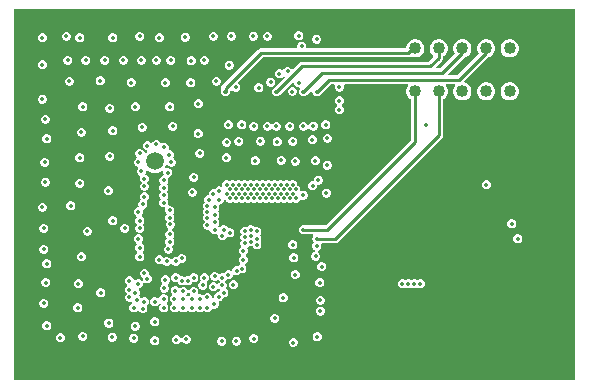
<source format=gbr>
G04*
G04 #@! TF.GenerationSoftware,Altium Limited,Altium Designer,25.8.1 (18)*
G04*
G04 Layer_Physical_Order=3*
G04 Layer_Color=16440176*
%FSLAX25Y25*%
%MOIN*%
G70*
G04*
G04 #@! TF.SameCoordinates,7B14AC28-D965-4A85-B311-1C3B9A759C65*
G04*
G04*
G04 #@! TF.FilePolarity,Positive*
G04*
G01*
G75*
%ADD39C,0.01400*%
%ADD42C,0.01000*%
%ADD44C,0.04000*%
%ADD45C,0.05906*%
G36*
X303971Y375029D02*
X117029D01*
Y498471D01*
X303971D01*
Y375029D01*
D02*
G37*
%LPC*%
G36*
X212243Y491153D02*
X211646D01*
X211095Y490925D01*
X210673Y490503D01*
X210444Y489952D01*
Y489355D01*
X210673Y488804D01*
X211095Y488382D01*
X211646Y488153D01*
X212243D01*
X212794Y488382D01*
X213216Y488804D01*
X213444Y489355D01*
Y489952D01*
X213216Y490503D01*
X212794Y490925D01*
X212243Y491153D01*
D02*
G37*
G36*
X197116Y491036D02*
X196519D01*
X195968Y490807D01*
X195546Y490385D01*
X195318Y489834D01*
Y489237D01*
X195546Y488686D01*
X195968Y488264D01*
X196519Y488036D01*
X197116D01*
X197667Y488264D01*
X198089Y488686D01*
X198318Y489237D01*
Y489834D01*
X198089Y490385D01*
X197667Y490807D01*
X197116Y491036D01*
D02*
G37*
G36*
X189795D02*
X189199D01*
X188647Y490807D01*
X188225Y490385D01*
X187997Y489834D01*
Y489237D01*
X188225Y488686D01*
X188647Y488264D01*
X189199Y488036D01*
X189795D01*
X190347Y488264D01*
X190769Y488686D01*
X190997Y489237D01*
Y489834D01*
X190769Y490385D01*
X190347Y490807D01*
X189795Y491036D01*
D02*
G37*
G36*
X201798Y491000D02*
X201202D01*
X200650Y490772D01*
X200228Y490350D01*
X200000Y489798D01*
Y489202D01*
X200228Y488650D01*
X200650Y488228D01*
X201202Y488000D01*
X201798D01*
X202350Y488228D01*
X202772Y488650D01*
X203000Y489202D01*
Y489798D01*
X202772Y490350D01*
X202350Y490772D01*
X201798Y491000D01*
D02*
G37*
G36*
X183798D02*
X183202D01*
X182650Y490772D01*
X182228Y490350D01*
X182000Y489798D01*
Y489202D01*
X182228Y488650D01*
X182650Y488228D01*
X183202Y488000D01*
X183798D01*
X184350Y488228D01*
X184772Y488650D01*
X185000Y489202D01*
Y489798D01*
X184772Y490350D01*
X184350Y490772D01*
X183798Y491000D01*
D02*
G37*
G36*
X159298D02*
X158702D01*
X158150Y490772D01*
X157728Y490350D01*
X157500Y489798D01*
Y489202D01*
X157728Y488650D01*
X158150Y488228D01*
X158702Y488000D01*
X159298D01*
X159850Y488228D01*
X160272Y488650D01*
X160500Y489202D01*
Y489798D01*
X160272Y490350D01*
X159850Y490772D01*
X159298Y491000D01*
D02*
G37*
G36*
X134798D02*
X134202D01*
X133650Y490772D01*
X133228Y490350D01*
X133000Y489798D01*
Y489202D01*
X133228Y488650D01*
X133650Y488228D01*
X134202Y488000D01*
X134798D01*
X135350Y488228D01*
X135772Y488650D01*
X136000Y489202D01*
Y489798D01*
X135772Y490350D01*
X135350Y490772D01*
X134798Y491000D01*
D02*
G37*
G36*
X174422Y490743D02*
X173825D01*
X173274Y490514D01*
X172852Y490093D01*
X172624Y489541D01*
Y488944D01*
X172852Y488393D01*
X173274Y487971D01*
X173825Y487743D01*
X174422D01*
X174973Y487971D01*
X175395Y488393D01*
X175624Y488944D01*
Y489541D01*
X175395Y490093D01*
X174973Y490514D01*
X174422Y490743D01*
D02*
G37*
G36*
X165798Y490500D02*
X165202D01*
X164650Y490272D01*
X164228Y489850D01*
X164000Y489298D01*
Y488702D01*
X164228Y488150D01*
X164650Y487728D01*
X165202Y487500D01*
X165798D01*
X166350Y487728D01*
X166772Y488150D01*
X167000Y488702D01*
Y489298D01*
X166772Y489850D01*
X166350Y490272D01*
X165798Y490500D01*
D02*
G37*
G36*
X150298D02*
X149702D01*
X149150Y490272D01*
X148728Y489850D01*
X148500Y489298D01*
Y488702D01*
X148728Y488150D01*
X149150Y487728D01*
X149702Y487500D01*
X150298D01*
X150850Y487728D01*
X151272Y488150D01*
X151500Y488702D01*
Y489298D01*
X151272Y489850D01*
X150850Y490272D01*
X150298Y490500D01*
D02*
G37*
G36*
X139298D02*
X138702D01*
X138150Y490272D01*
X137728Y489850D01*
X137500Y489298D01*
Y488702D01*
X137728Y488150D01*
X138150Y487728D01*
X138702Y487500D01*
X139298D01*
X139850Y487728D01*
X140272Y488150D01*
X140500Y488702D01*
Y489298D01*
X140272Y489850D01*
X139850Y490272D01*
X139298Y490500D01*
D02*
G37*
G36*
X126798D02*
X126202D01*
X125650Y490272D01*
X125228Y489850D01*
X125000Y489298D01*
Y488702D01*
X125228Y488150D01*
X125650Y487728D01*
X126202Y487500D01*
X126798D01*
X127350Y487728D01*
X127772Y488150D01*
X128000Y488702D01*
Y489298D01*
X127772Y489850D01*
X127350Y490272D01*
X126798Y490500D01*
D02*
G37*
G36*
X218200Y490011D02*
X217603D01*
X217052Y489782D01*
X216630Y489360D01*
X216401Y488809D01*
Y488212D01*
X216630Y487661D01*
X217052Y487239D01*
X217603Y487011D01*
X218200D01*
X218751Y487239D01*
X219173Y487661D01*
X219401Y488212D01*
Y488809D01*
X219173Y489360D01*
X218751Y489782D01*
X218200Y490011D01*
D02*
G37*
G36*
X251147Y488500D02*
X250357D01*
X249594Y488296D01*
X248910Y487901D01*
X248351Y487342D01*
X247956Y486658D01*
X247752Y485895D01*
Y485529D01*
X214749D01*
X214500Y485902D01*
Y486498D01*
X214272Y487050D01*
X213850Y487472D01*
X213298Y487700D01*
X212702D01*
X212150Y487472D01*
X211728Y487050D01*
X211500Y486498D01*
Y485902D01*
X211251Y485529D01*
X199389D01*
X198803Y485413D01*
X198307Y485081D01*
X186495Y473269D01*
X186164Y472773D01*
X186047Y472188D01*
Y471412D01*
X186000Y471298D01*
Y471148D01*
X185971Y471000D01*
X186000Y470852D01*
Y470702D01*
X186058Y470563D01*
X186087Y470415D01*
X186171Y470290D01*
X186228Y470150D01*
X186335Y470044D01*
X186419Y469919D01*
X186544Y469835D01*
X186650Y469728D01*
X186790Y469671D01*
X186915Y469587D01*
X187063Y469558D01*
X187202Y469500D01*
X187352D01*
X187500Y469471D01*
X187648Y469500D01*
X187798D01*
X187937Y469558D01*
X188085Y469587D01*
X188210Y469671D01*
X188350Y469728D01*
X188456Y469835D01*
X188581Y469919D01*
X188658Y469995D01*
X188742Y470120D01*
X188772Y470150D01*
X188788Y470190D01*
X188989Y470491D01*
X189106Y471076D01*
Y471228D01*
X189580Y471617D01*
X189819Y471560D01*
X190150Y471228D01*
X190702Y471000D01*
X191298D01*
X191850Y471228D01*
X192272Y471650D01*
X192500Y472202D01*
Y472798D01*
X192272Y473350D01*
X191850Y473772D01*
X191762Y474211D01*
X200022Y482471D01*
X248440D01*
X249026Y482587D01*
X249383Y482826D01*
X249594Y482704D01*
X250357Y482500D01*
X251147D01*
X251910Y482704D01*
X252594Y483099D01*
X253153Y483658D01*
X253548Y484342D01*
X253752Y485105D01*
Y485895D01*
X253548Y486658D01*
X253153Y487342D01*
X252594Y487901D01*
X251910Y488296D01*
X251147Y488500D01*
D02*
G37*
G36*
X282643D02*
X281853D01*
X281090Y488296D01*
X280406Y487901D01*
X279847Y487342D01*
X279452Y486658D01*
X279248Y485895D01*
Y485105D01*
X279452Y484342D01*
X279847Y483658D01*
X280406Y483099D01*
X281090Y482704D01*
X281853Y482500D01*
X282643D01*
X283406Y482704D01*
X284090Y483099D01*
X284649Y483658D01*
X285044Y484342D01*
X285248Y485105D01*
Y485895D01*
X285044Y486658D01*
X284649Y487342D01*
X284090Y487901D01*
X283406Y488296D01*
X282643Y488500D01*
D02*
G37*
G36*
X180798Y483000D02*
X180202D01*
X179650Y482772D01*
X179228Y482350D01*
X179000Y481798D01*
Y481202D01*
X179228Y480650D01*
X179650Y480228D01*
X180202Y480000D01*
X180798D01*
X181350Y480228D01*
X181772Y480650D01*
X182000Y481202D01*
Y481798D01*
X181772Y482350D01*
X181350Y482772D01*
X180798Y483000D01*
D02*
G37*
G36*
X164798D02*
X164202D01*
X163650Y482772D01*
X163228Y482350D01*
X163000Y481798D01*
Y481202D01*
X163228Y480650D01*
X163650Y480228D01*
X164202Y480000D01*
X164798D01*
X165350Y480228D01*
X165772Y480650D01*
X166000Y481202D01*
Y481798D01*
X165772Y482350D01*
X165350Y482772D01*
X164798Y483000D01*
D02*
G37*
G36*
X159798D02*
X159202D01*
X158650Y482772D01*
X158228Y482350D01*
X158000Y481798D01*
Y481202D01*
X158228Y480650D01*
X158650Y480228D01*
X159202Y480000D01*
X159798D01*
X160350Y480228D01*
X160772Y480650D01*
X161000Y481202D01*
Y481798D01*
X160772Y482350D01*
X160350Y482772D01*
X159798Y483000D01*
D02*
G37*
G36*
X153798D02*
X153202D01*
X152650Y482772D01*
X152228Y482350D01*
X152000Y481798D01*
Y481202D01*
X152228Y480650D01*
X152650Y480228D01*
X153202Y480000D01*
X153798D01*
X154350Y480228D01*
X154772Y480650D01*
X155000Y481202D01*
Y481798D01*
X154772Y482350D01*
X154350Y482772D01*
X153798Y483000D01*
D02*
G37*
G36*
X141298D02*
X140702D01*
X140150Y482772D01*
X139728Y482350D01*
X139500Y481798D01*
Y481202D01*
X139728Y480650D01*
X140150Y480228D01*
X140702Y480000D01*
X141298D01*
X141850Y480228D01*
X142272Y480650D01*
X142500Y481202D01*
Y481798D01*
X142272Y482350D01*
X141850Y482772D01*
X141298Y483000D01*
D02*
G37*
G36*
X135298D02*
X134702D01*
X134150Y482772D01*
X133728Y482350D01*
X133500Y481798D01*
Y481202D01*
X133728Y480650D01*
X134150Y480228D01*
X134702Y480000D01*
X135298D01*
X135850Y480228D01*
X136272Y480650D01*
X136500Y481202D01*
Y481798D01*
X136272Y482350D01*
X135850Y482772D01*
X135298Y483000D01*
D02*
G37*
G36*
X169578Y482984D02*
X168981D01*
X168430Y482756D01*
X168008Y482334D01*
X167780Y481783D01*
Y481186D01*
X168008Y480635D01*
X168430Y480213D01*
X168981Y479984D01*
X169578D01*
X170129Y480213D01*
X170551Y480635D01*
X170780Y481186D01*
Y481783D01*
X170551Y482334D01*
X170129Y482756D01*
X169578Y482984D01*
D02*
G37*
G36*
X147592Y482984D02*
X146995D01*
X146444Y482756D01*
X146022Y482334D01*
X145793Y481783D01*
Y481186D01*
X146022Y480635D01*
X146444Y480213D01*
X146995Y479984D01*
X147592D01*
X148143Y480213D01*
X148565Y480635D01*
X148793Y481186D01*
Y481783D01*
X148565Y482334D01*
X148143Y482756D01*
X147592Y482984D01*
D02*
G37*
G36*
X176366Y482837D02*
X175769D01*
X175218Y482608D01*
X174796Y482186D01*
X174567Y481635D01*
Y481038D01*
X174796Y480487D01*
X175218Y480065D01*
X175769Y479837D01*
X176366D01*
X176917Y480065D01*
X177339Y480487D01*
X177567Y481038D01*
Y481635D01*
X177339Y482186D01*
X176917Y482608D01*
X176366Y482837D01*
D02*
G37*
G36*
X126798Y481500D02*
X126202D01*
X125650Y481272D01*
X125228Y480850D01*
X125000Y480298D01*
Y479702D01*
X125228Y479150D01*
X125650Y478728D01*
X126202Y478500D01*
X126798D01*
X127350Y478728D01*
X127772Y479150D01*
X128000Y479702D01*
Y480298D01*
X127772Y480850D01*
X127350Y481272D01*
X126798Y481500D01*
D02*
G37*
G36*
X189027Y481350D02*
X188430D01*
X187879Y481121D01*
X187457Y480699D01*
X187228Y480148D01*
Y479551D01*
X187457Y479000D01*
X187879Y478578D01*
X188430Y478350D01*
X189027D01*
X189578Y478578D01*
X190000Y479000D01*
X190228Y479551D01*
Y480148D01*
X190000Y480699D01*
X189578Y481121D01*
X189027Y481350D01*
D02*
G37*
G36*
X274769Y488500D02*
X273979D01*
X273216Y488296D01*
X272532Y487901D01*
X271973Y487342D01*
X271579Y486658D01*
X271374Y485895D01*
Y485105D01*
X271579Y484342D01*
X271935Y483724D01*
X264740Y476529D01*
X261846D01*
X261654Y476991D01*
X267261Y482598D01*
X267658Y482704D01*
X268342Y483099D01*
X268901Y483658D01*
X269296Y484342D01*
X269500Y485105D01*
Y485895D01*
X269296Y486658D01*
X268901Y487342D01*
X268342Y487901D01*
X267658Y488296D01*
X266895Y488500D01*
X266105D01*
X265342Y488296D01*
X264658Y487901D01*
X264099Y487342D01*
X263704Y486658D01*
X263500Y485895D01*
Y485105D01*
X263704Y484342D01*
X264061Y483724D01*
X259118Y478781D01*
X257849D01*
X257657Y479243D01*
X259707Y481293D01*
X260039Y481789D01*
X260155Y482374D01*
Y482919D01*
X260468Y483099D01*
X261027Y483658D01*
X261421Y484342D01*
X261626Y485105D01*
Y485895D01*
X261421Y486658D01*
X261027Y487342D01*
X260468Y487901D01*
X259784Y488296D01*
X259021Y488500D01*
X258231D01*
X257468Y488296D01*
X256784Y487901D01*
X256225Y487342D01*
X255830Y486658D01*
X255626Y485895D01*
Y485105D01*
X255830Y484342D01*
X256225Y483658D01*
X256633Y483251D01*
X256716Y482627D01*
X255118Y481029D01*
X213000D01*
X212415Y480913D01*
X211919Y480582D01*
X209947Y478610D01*
X209376Y478746D01*
X209044Y479077D01*
X208493Y479306D01*
X207896D01*
X207345Y479077D01*
X206923Y478655D01*
X206850Y478479D01*
X206350Y478272D01*
X205798Y478500D01*
X205202D01*
X204650Y478272D01*
X204228Y477850D01*
X204000Y477298D01*
Y476702D01*
X204228Y476150D01*
X204650Y475728D01*
X205202Y475500D01*
X205798D01*
X206350Y475728D01*
X206674Y476053D01*
X207113Y476082D01*
X207188Y475850D01*
X203419Y472081D01*
X203335Y471956D01*
X203228Y471850D01*
X203171Y471710D01*
X203087Y471585D01*
X203058Y471438D01*
X203000Y471298D01*
Y471148D01*
X202971Y471000D01*
X203000Y470852D01*
Y470702D01*
X203058Y470563D01*
X203087Y470415D01*
X203171Y470290D01*
X203228Y470150D01*
X203335Y470044D01*
X203419Y469919D01*
X203544Y469835D01*
X203650Y469728D01*
X203789Y469671D01*
X203915Y469587D01*
X204063Y469558D01*
X204202Y469500D01*
X204352D01*
X204500Y469471D01*
X204648Y469500D01*
X204798D01*
X204938Y469558D01*
X205085Y469587D01*
X205210Y469671D01*
X205350Y469728D01*
X205456Y469835D01*
X205581Y469919D01*
X210027Y474365D01*
X210500Y474130D01*
Y473702D01*
X210728Y473150D01*
X211150Y472728D01*
X211702Y472500D01*
X212130D01*
X212316Y472230D01*
X212389Y472038D01*
X212335Y471956D01*
X212228Y471850D01*
X212171Y471710D01*
X212087Y471585D01*
X212058Y471438D01*
X212000Y471298D01*
Y471148D01*
X211971Y471000D01*
X212000Y470852D01*
Y470702D01*
X212058Y470563D01*
X212087Y470415D01*
X212171Y470290D01*
X212228Y470150D01*
X212335Y470044D01*
X212419Y469919D01*
X212544Y469835D01*
X212650Y469728D01*
X212790Y469671D01*
X212915Y469587D01*
X213063Y469558D01*
X213202Y469500D01*
X213352D01*
X213500Y469471D01*
X213648Y469500D01*
X213798D01*
X213937Y469558D01*
X214085Y469587D01*
X214211Y469671D01*
X214350Y469728D01*
X214456Y469835D01*
X214581Y469919D01*
X216027Y471364D01*
X216473Y471160D01*
X216496Y471126D01*
X216471Y471000D01*
X216500Y470852D01*
Y470702D01*
X216558Y470563D01*
X216587Y470415D01*
X216671Y470290D01*
X216728Y470150D01*
X216835Y470044D01*
X216919Y469919D01*
X217044Y469835D01*
X217150Y469728D01*
X217289Y469671D01*
X217415Y469587D01*
X217563Y469558D01*
X217702Y469500D01*
X217852D01*
X218000Y469471D01*
X218148Y469500D01*
X218298D01*
X218438Y469558D01*
X218585Y469587D01*
X218710Y469671D01*
X218850Y469728D01*
X218956Y469835D01*
X219081Y469919D01*
X222634Y473471D01*
X223737D01*
X224071Y472971D01*
X224000Y472798D01*
Y472202D01*
X224228Y471650D01*
X224650Y471228D01*
X225202Y471000D01*
X225798D01*
X226350Y471228D01*
X226772Y471650D01*
X227000Y472202D01*
Y472798D01*
X226929Y472971D01*
X227263Y473471D01*
X248207D01*
X248398Y473009D01*
X248351Y472962D01*
X247956Y472278D01*
X247752Y471515D01*
Y470725D01*
X247956Y469962D01*
X248351Y469278D01*
X248910Y468719D01*
X249223Y468539D01*
Y454885D01*
X220866Y426529D01*
X213500D01*
X213352Y426500D01*
X213202D01*
X213063Y426442D01*
X212915Y426413D01*
X212790Y426329D01*
X212650Y426272D01*
X212544Y426165D01*
X212419Y426081D01*
X212335Y425956D01*
X212228Y425850D01*
X212171Y425710D01*
X212087Y425585D01*
X212058Y425437D01*
X212000Y425298D01*
Y425148D01*
X211971Y425000D01*
X212000Y424852D01*
Y424702D01*
X212058Y424563D01*
X212087Y424415D01*
X212171Y424290D01*
X212228Y424150D01*
X212335Y424044D01*
X212419Y423919D01*
X212544Y423835D01*
X212650Y423728D01*
X212790Y423671D01*
X212915Y423587D01*
X213063Y423558D01*
X213202Y423500D01*
X213352D01*
X213500Y423471D01*
X216623D01*
X216709Y423357D01*
X216845Y422971D01*
X216835Y422956D01*
X216728Y422850D01*
X216671Y422711D01*
X216587Y422585D01*
X216558Y422437D01*
X216500Y422298D01*
Y422148D01*
X216471Y422000D01*
X216500Y421852D01*
Y421702D01*
X216558Y421562D01*
X216587Y421415D01*
X216671Y421289D01*
X216728Y421150D01*
X216835Y421044D01*
X216919Y420919D01*
X216728Y420450D01*
X216500Y419898D01*
Y419302D01*
X216728Y418750D01*
X217150Y418328D01*
X217461Y418200D01*
X217362Y417700D01*
X217272D01*
X216721Y417471D01*
X216299Y417049D01*
X216070Y416498D01*
Y415901D01*
X216299Y415350D01*
X216721Y414928D01*
X217272Y414700D01*
X217868D01*
X218420Y414928D01*
X218842Y415350D01*
X219070Y415901D01*
Y416498D01*
X218842Y417049D01*
X218420Y417471D01*
X218109Y417600D01*
X218208Y418100D01*
X218298D01*
X218850Y418328D01*
X219272Y418750D01*
X219500Y419302D01*
Y419898D01*
X219470Y419971D01*
X219804Y420471D01*
X224000D01*
X224585Y420587D01*
X225081Y420919D01*
X259707Y455545D01*
X260039Y456041D01*
X260155Y456626D01*
Y468539D01*
X260468Y468719D01*
X261027Y469278D01*
X261421Y469962D01*
X261626Y470725D01*
Y471515D01*
X261421Y472278D01*
X261027Y472962D01*
X260980Y473009D01*
X261171Y473471D01*
X263955D01*
X264146Y473009D01*
X264099Y472962D01*
X263704Y472278D01*
X263500Y471515D01*
Y470725D01*
X263704Y469962D01*
X264099Y469278D01*
X264658Y468719D01*
X265342Y468325D01*
X266105Y468120D01*
X266895D01*
X267658Y468325D01*
X268342Y468719D01*
X268901Y469278D01*
X269296Y469962D01*
X269500Y470725D01*
Y471515D01*
X269296Y472278D01*
X268901Y472962D01*
X268342Y473521D01*
X267658Y473916D01*
X267265Y474021D01*
X267115Y474579D01*
X275135Y482598D01*
X275532Y482704D01*
X276216Y483099D01*
X276775Y483658D01*
X277170Y484342D01*
X277374Y485105D01*
Y485895D01*
X277170Y486658D01*
X276775Y487342D01*
X276216Y487901D01*
X275532Y488296D01*
X274769Y488500D01*
D02*
G37*
G36*
X146042Y476197D02*
X145446D01*
X144894Y475968D01*
X144472Y475546D01*
X144244Y474995D01*
Y474398D01*
X144472Y473847D01*
X144894Y473425D01*
X145446Y473197D01*
X146042D01*
X146594Y473425D01*
X147016Y473847D01*
X147244Y474398D01*
Y474995D01*
X147016Y475546D01*
X146594Y475968D01*
X146042Y476197D01*
D02*
G37*
G36*
X184798Y476000D02*
X184202D01*
X183650Y475772D01*
X183228Y475350D01*
X183000Y474798D01*
Y474202D01*
X183228Y473650D01*
X183650Y473228D01*
X184202Y473000D01*
X184798D01*
X185350Y473228D01*
X185772Y473650D01*
X186000Y474202D01*
Y474798D01*
X185772Y475350D01*
X185350Y475772D01*
X184798Y476000D01*
D02*
G37*
G36*
X135798D02*
X135202D01*
X134650Y475772D01*
X134228Y475350D01*
X134000Y474798D01*
Y474202D01*
X134228Y473650D01*
X134650Y473228D01*
X135202Y473000D01*
X135798D01*
X136350Y473228D01*
X136772Y473650D01*
X137000Y474202D01*
Y474798D01*
X136772Y475350D01*
X136350Y475772D01*
X135798Y476000D01*
D02*
G37*
G36*
X202945Y475678D02*
X202348D01*
X201797Y475450D01*
X201375Y475028D01*
X201146Y474476D01*
Y473880D01*
X201375Y473328D01*
X201797Y472906D01*
X202348Y472678D01*
X202945D01*
X203496Y472906D01*
X203918Y473328D01*
X204146Y473880D01*
Y474476D01*
X203918Y475028D01*
X203496Y475450D01*
X202945Y475678D01*
D02*
G37*
G36*
X156371Y475606D02*
X155775D01*
X155223Y475378D01*
X154801Y474956D01*
X154573Y474405D01*
Y473808D01*
X154801Y473257D01*
X155223Y472835D01*
X155775Y472606D01*
X156371D01*
X156923Y472835D01*
X157345Y473257D01*
X157573Y473808D01*
Y474405D01*
X157345Y474956D01*
X156923Y475378D01*
X156371Y475606D01*
D02*
G37*
G36*
X176298Y475500D02*
X175702D01*
X175150Y475272D01*
X174728Y474850D01*
X174500Y474298D01*
Y473702D01*
X174728Y473150D01*
X175150Y472728D01*
X175702Y472500D01*
X176298D01*
X176850Y472728D01*
X177272Y473150D01*
X177500Y473702D01*
Y474298D01*
X177272Y474850D01*
X176850Y475272D01*
X176298Y475500D01*
D02*
G37*
G36*
X167798D02*
X167202D01*
X166650Y475272D01*
X166228Y474850D01*
X166000Y474298D01*
Y473702D01*
X166228Y473150D01*
X166650Y472728D01*
X167202Y472500D01*
X167798D01*
X168350Y472728D01*
X168772Y473150D01*
X169000Y473702D01*
Y474298D01*
X168772Y474850D01*
X168350Y475272D01*
X167798Y475500D01*
D02*
G37*
G36*
X198948Y473854D02*
X198351D01*
X197800Y473626D01*
X197378Y473204D01*
X197149Y472652D01*
Y472055D01*
X197378Y471504D01*
X197800Y471082D01*
X198351Y470854D01*
X198948D01*
X199499Y471082D01*
X199921Y471504D01*
X200149Y472055D01*
Y472652D01*
X199921Y473204D01*
X199499Y473626D01*
X198948Y473854D01*
D02*
G37*
G36*
X210126Y472595D02*
X209529D01*
X208978Y472366D01*
X208556Y471944D01*
X208327Y471393D01*
Y470796D01*
X208556Y470245D01*
X208978Y469823D01*
X209529Y469595D01*
X210126D01*
X210677Y469823D01*
X211099Y470245D01*
X211327Y470796D01*
Y471393D01*
X211099Y471944D01*
X210677Y472366D01*
X210126Y472595D01*
D02*
G37*
G36*
X282643Y474120D02*
X281853D01*
X281090Y473916D01*
X280406Y473521D01*
X279847Y472962D01*
X279452Y472278D01*
X279248Y471515D01*
Y470725D01*
X279452Y469962D01*
X279847Y469278D01*
X280406Y468719D01*
X281090Y468325D01*
X281853Y468120D01*
X282643D01*
X283406Y468325D01*
X284090Y468719D01*
X284649Y469278D01*
X285044Y469962D01*
X285248Y470725D01*
Y471515D01*
X285044Y472278D01*
X284649Y472962D01*
X284090Y473521D01*
X283406Y473916D01*
X282643Y474120D01*
D02*
G37*
G36*
X274769D02*
X273979D01*
X273216Y473916D01*
X272532Y473521D01*
X271973Y472962D01*
X271579Y472278D01*
X271374Y471515D01*
Y470725D01*
X271579Y469962D01*
X271973Y469278D01*
X272532Y468719D01*
X273216Y468325D01*
X273979Y468120D01*
X274769D01*
X275532Y468325D01*
X276216Y468719D01*
X276775Y469278D01*
X277170Y469962D01*
X277374Y470725D01*
Y471515D01*
X277170Y472278D01*
X276775Y472962D01*
X276216Y473521D01*
X275532Y473916D01*
X274769Y474120D01*
D02*
G37*
G36*
X126775Y470010D02*
X126178D01*
X125627Y469782D01*
X125205Y469360D01*
X124977Y468809D01*
Y468212D01*
X125205Y467661D01*
X125627Y467239D01*
X126178Y467010D01*
X126775D01*
X127326Y467239D01*
X127748Y467661D01*
X127977Y468212D01*
Y468809D01*
X127748Y469360D01*
X127326Y469782D01*
X126775Y470010D01*
D02*
G37*
G36*
X178798Y468500D02*
X178202D01*
X177650Y468272D01*
X177228Y467850D01*
X177000Y467298D01*
Y466702D01*
X177228Y466150D01*
X177650Y465728D01*
X178202Y465500D01*
X178798D01*
X179350Y465728D01*
X179772Y466150D01*
X180000Y466702D01*
Y467298D01*
X179772Y467850D01*
X179350Y468272D01*
X178798Y468500D01*
D02*
G37*
G36*
X169298Y467500D02*
X168702D01*
X168150Y467272D01*
X167728Y466850D01*
X167500Y466298D01*
Y465702D01*
X167728Y465150D01*
X168150Y464728D01*
X168702Y464500D01*
X169298D01*
X169850Y464728D01*
X170272Y465150D01*
X170500Y465702D01*
Y466298D01*
X170272Y466850D01*
X169850Y467272D01*
X169298Y467500D01*
D02*
G37*
G36*
X157798D02*
X157202D01*
X156650Y467272D01*
X156228Y466850D01*
X156000Y466298D01*
Y465702D01*
X156228Y465150D01*
X156650Y464728D01*
X157202Y464500D01*
X157798D01*
X158350Y464728D01*
X158772Y465150D01*
X159000Y465702D01*
Y466298D01*
X158772Y466850D01*
X158350Y467272D01*
X157798Y467500D01*
D02*
G37*
G36*
X140288Y467490D02*
X139691D01*
X139139Y467262D01*
X138718Y466840D01*
X138489Y466289D01*
Y465692D01*
X138718Y465141D01*
X139139Y464719D01*
X139691Y464490D01*
X140288D01*
X140839Y464719D01*
X141261Y465141D01*
X141489Y465692D01*
Y466289D01*
X141261Y466840D01*
X140839Y467262D01*
X140288Y467490D01*
D02*
G37*
G36*
X149298Y467000D02*
X148702D01*
X148150Y466772D01*
X147728Y466350D01*
X147500Y465798D01*
Y465202D01*
X147728Y464650D01*
X148150Y464228D01*
X148702Y464000D01*
X149298D01*
X149850Y464228D01*
X150272Y464650D01*
X150500Y465202D01*
Y465798D01*
X150272Y466350D01*
X149850Y466772D01*
X149298Y467000D01*
D02*
G37*
G36*
X225798Y469500D02*
X225202D01*
X224650Y469272D01*
X224228Y468850D01*
X224000Y468298D01*
Y467702D01*
X224228Y467150D01*
X224591Y466788D01*
X224624Y466500D01*
X224591Y466212D01*
X224228Y465850D01*
X224000Y465298D01*
Y464702D01*
X224228Y464150D01*
X224650Y463728D01*
X225202Y463500D01*
X225798D01*
X226350Y463728D01*
X226772Y464150D01*
X227000Y464702D01*
Y465298D01*
X226772Y465850D01*
X226409Y466212D01*
X226376Y466500D01*
X226409Y466788D01*
X226772Y467150D01*
X227000Y467702D01*
Y468298D01*
X226772Y468850D01*
X226350Y469272D01*
X225798Y469500D01*
D02*
G37*
G36*
X204798Y461000D02*
X204202D01*
X203650Y460772D01*
X203288Y460409D01*
X203000Y460376D01*
X202712Y460409D01*
X202350Y460772D01*
X201798Y461000D01*
X201202D01*
X200650Y460772D01*
X200228Y460350D01*
X200000Y459798D01*
Y459202D01*
X200228Y458650D01*
X200650Y458228D01*
X201202Y458000D01*
X201798D01*
X202350Y458228D01*
X202712Y458591D01*
X203000Y458624D01*
X203288Y458591D01*
X203650Y458228D01*
X204202Y458000D01*
X204798D01*
X205350Y458228D01*
X205772Y458650D01*
X206000Y459202D01*
Y459798D01*
X205772Y460350D01*
X205350Y460772D01*
X204798Y461000D01*
D02*
G37*
G36*
X127797Y463310D02*
X127200D01*
X126649Y463082D01*
X126227Y462660D01*
X125999Y462109D01*
Y461512D01*
X126227Y460961D01*
X126649Y460539D01*
X127200Y460310D01*
X127797D01*
X128348Y460539D01*
X128770Y460961D01*
X128999Y461512D01*
Y462109D01*
X128770Y462660D01*
X128348Y463082D01*
X127797Y463310D01*
D02*
G37*
G36*
X217131Y461107D02*
X216535D01*
X215984Y460879D01*
X215562Y460457D01*
X215415Y460103D01*
X214874D01*
X214772Y460350D01*
X214350Y460772D01*
X213798Y461000D01*
X213202D01*
X212650Y460772D01*
X212228Y460350D01*
X212000Y459798D01*
Y459202D01*
X212228Y458650D01*
X212650Y458228D01*
X213202Y458000D01*
X213798D01*
X214350Y458228D01*
X214772Y458650D01*
X214918Y459004D01*
X215459D01*
X215562Y458758D01*
X215984Y458336D01*
X216535Y458107D01*
X217131D01*
X217683Y458336D01*
X218105Y458758D01*
X218333Y459309D01*
Y459906D01*
X218105Y460457D01*
X217683Y460879D01*
X217131Y461107D01*
D02*
G37*
G36*
X221298Y461500D02*
X220702D01*
X220150Y461272D01*
X219728Y460850D01*
X219500Y460298D01*
Y459702D01*
X219728Y459150D01*
X220150Y458728D01*
X220702Y458500D01*
X221298D01*
X221850Y458728D01*
X222272Y459150D01*
X222500Y459702D01*
Y460298D01*
X222272Y460850D01*
X221850Y461272D01*
X221298Y461500D01*
D02*
G37*
G36*
X193298D02*
X192702D01*
X192150Y461272D01*
X191728Y460850D01*
X191500Y460298D01*
Y459702D01*
X191728Y459150D01*
X192150Y458728D01*
X192702Y458500D01*
X193298D01*
X193850Y458728D01*
X194272Y459150D01*
X194500Y459702D01*
Y460298D01*
X194272Y460850D01*
X193850Y461272D01*
X193298Y461500D01*
D02*
G37*
G36*
X188798D02*
X188202D01*
X187650Y461272D01*
X187228Y460850D01*
X187000Y460298D01*
Y459702D01*
X187228Y459150D01*
X187650Y458728D01*
X188202Y458500D01*
X188798D01*
X189350Y458728D01*
X189772Y459150D01*
X190000Y459702D01*
Y460298D01*
X189772Y460850D01*
X189350Y461272D01*
X188798Y461500D01*
D02*
G37*
G36*
X209298Y461000D02*
X208702D01*
X208150Y460772D01*
X207728Y460350D01*
X207500Y459798D01*
Y459202D01*
X207728Y458650D01*
X208150Y458228D01*
X208702Y458000D01*
X209298D01*
X209850Y458228D01*
X210272Y458650D01*
X210500Y459202D01*
Y459798D01*
X210272Y460350D01*
X209850Y460772D01*
X209298Y461000D01*
D02*
G37*
G36*
X197298D02*
X196702D01*
X196150Y460772D01*
X195728Y460350D01*
X195500Y459798D01*
Y459202D01*
X195728Y458650D01*
X196150Y458228D01*
X196702Y458000D01*
X197298D01*
X197850Y458228D01*
X198272Y458650D01*
X198500Y459202D01*
Y459798D01*
X198272Y460350D01*
X197850Y460772D01*
X197298Y461000D01*
D02*
G37*
G36*
X170298D02*
X169702D01*
X169150Y460772D01*
X168728Y460350D01*
X168500Y459798D01*
Y459202D01*
X168728Y458650D01*
X169150Y458228D01*
X169702Y458000D01*
X170298D01*
X170850Y458228D01*
X171272Y458650D01*
X171500Y459202D01*
Y459798D01*
X171272Y460350D01*
X170850Y460772D01*
X170298Y461000D01*
D02*
G37*
G36*
X160061Y460629D02*
X159464D01*
X158913Y460401D01*
X158491Y459979D01*
X158262Y459427D01*
Y458831D01*
X158491Y458279D01*
X158913Y457857D01*
X159464Y457629D01*
X160061D01*
X160612Y457857D01*
X161034Y458279D01*
X161262Y458831D01*
Y459427D01*
X161034Y459979D01*
X160612Y460401D01*
X160061Y460629D01*
D02*
G37*
G36*
X150298Y459500D02*
X149702D01*
X149150Y459272D01*
X148728Y458850D01*
X148500Y458298D01*
Y457702D01*
X148728Y457150D01*
X149150Y456728D01*
X149702Y456500D01*
X150298D01*
X150850Y456728D01*
X151272Y457150D01*
X151500Y457702D01*
Y458298D01*
X151272Y458850D01*
X150850Y459272D01*
X150298Y459500D01*
D02*
G37*
G36*
X139798Y459000D02*
X139202D01*
X138650Y458772D01*
X138228Y458350D01*
X138000Y457798D01*
Y457202D01*
X138228Y456650D01*
X138650Y456228D01*
X139202Y456000D01*
X139798D01*
X140350Y456228D01*
X140772Y456650D01*
X141000Y457202D01*
Y457798D01*
X140772Y458350D01*
X140350Y458772D01*
X139798Y459000D01*
D02*
G37*
G36*
X178653Y458563D02*
X178056D01*
X177505Y458335D01*
X177083Y457913D01*
X176855Y457362D01*
Y456765D01*
X177083Y456214D01*
X177505Y455792D01*
X178056Y455563D01*
X178653D01*
X179204Y455792D01*
X179626Y456214D01*
X179855Y456765D01*
Y457362D01*
X179626Y457913D01*
X179204Y458335D01*
X178653Y458563D01*
D02*
G37*
G36*
X164798Y455000D02*
X164202D01*
X163650Y454772D01*
X163228Y454350D01*
X163146Y454152D01*
X162566Y454056D01*
X162350Y454272D01*
X161798Y454500D01*
X161202D01*
X160650Y454272D01*
X160228Y453850D01*
X160000Y453298D01*
Y452702D01*
X160228Y452150D01*
X160650Y451728D01*
X161202Y451500D01*
X161203D01*
X161410Y451000D01*
X161000Y450590D01*
X160500Y450797D01*
Y450798D01*
X160272Y451350D01*
X159850Y451772D01*
X159298Y452000D01*
X158702D01*
X158150Y451772D01*
X157728Y451350D01*
X157500Y450798D01*
Y450202D01*
X157728Y449650D01*
X157944Y449435D01*
X157848Y448853D01*
X157650Y448772D01*
X157228Y448350D01*
X157000Y447798D01*
Y447202D01*
X157228Y446650D01*
X157650Y446228D01*
X158202Y446000D01*
X158379Y445500D01*
X158228Y445350D01*
X158000Y444798D01*
Y444202D01*
X158228Y443650D01*
X158650Y443228D01*
X158851Y443145D01*
X159177Y442890D01*
X159101Y442542D01*
X159000Y442298D01*
Y441702D01*
X159228Y441150D01*
X159629Y440750D01*
X159228Y440350D01*
X159000Y439798D01*
Y439202D01*
X159228Y438650D01*
X159650Y438228D01*
X160202Y438000D01*
X160798D01*
X161350Y438228D01*
X161772Y438650D01*
X162000Y439202D01*
Y439798D01*
X161772Y440350D01*
X161371Y440750D01*
X161772Y441150D01*
X162000Y441702D01*
Y442298D01*
X161772Y442850D01*
X161350Y443272D01*
X161149Y443355D01*
X160823Y443610D01*
X160899Y443958D01*
X161000Y444202D01*
Y444703D01*
X161269Y444885D01*
X161462Y444948D01*
X161573Y444837D01*
X162474Y444317D01*
X163480Y444047D01*
X164520D01*
X165526Y444317D01*
X166404Y444824D01*
X166452Y444808D01*
X166802Y444479D01*
X166752Y444356D01*
Y443759D01*
X166859Y443500D01*
X166712Y443034D01*
X166586Y442952D01*
X166150Y442772D01*
X165728Y442350D01*
X165500Y441798D01*
Y441202D01*
X165728Y440650D01*
X166129Y440250D01*
X165728Y439850D01*
X165500Y439298D01*
Y438702D01*
X165728Y438150D01*
X166129Y437750D01*
X165728Y437350D01*
X165500Y436798D01*
Y436202D01*
X165728Y435650D01*
X166129Y435250D01*
X165728Y434850D01*
X165500Y434298D01*
Y433702D01*
X165728Y433150D01*
X166150Y432728D01*
X166702Y432500D01*
X167249D01*
X167426Y432340D01*
X167622Y432093D01*
X167500Y431798D01*
Y431202D01*
X167728Y430650D01*
X168129Y430250D01*
X167728Y429850D01*
X167500Y429298D01*
Y428702D01*
X167728Y428150D01*
X168078Y427801D01*
X167907Y427630D01*
X167679Y427078D01*
Y426482D01*
X167907Y425931D01*
X168329Y425508D01*
X168476Y425448D01*
Y424906D01*
X168150Y424772D01*
X167728Y424350D01*
X167500Y423798D01*
Y423202D01*
X167728Y422650D01*
X168129Y422250D01*
X167728Y421850D01*
X167500Y421298D01*
Y420702D01*
X167728Y420150D01*
X167525Y419646D01*
X167228Y419350D01*
X167000Y418798D01*
Y418202D01*
X167228Y417650D01*
X167650Y417228D01*
X168202Y417000D01*
X168798D01*
X169350Y417228D01*
X169772Y417650D01*
X170000Y418202D01*
Y418798D01*
X169772Y419350D01*
X169975Y419854D01*
X170272Y420150D01*
X170500Y420702D01*
Y421298D01*
X170272Y421850D01*
X169871Y422250D01*
X170272Y422650D01*
X170500Y423202D01*
Y423798D01*
X170272Y424350D01*
X169850Y424772D01*
X169703Y424832D01*
Y425374D01*
X170028Y425508D01*
X170450Y425931D01*
X170679Y426482D01*
Y427078D01*
X170450Y427630D01*
X170101Y427980D01*
X170272Y428150D01*
X170500Y428702D01*
Y429298D01*
X170272Y429850D01*
X169871Y430250D01*
X170272Y430650D01*
X170500Y431202D01*
Y431798D01*
X170272Y432350D01*
X169850Y432772D01*
X169298Y433000D01*
X168751D01*
X168574Y433160D01*
X168378Y433407D01*
X168500Y433702D01*
Y434298D01*
X168272Y434850D01*
X167871Y435250D01*
X168272Y435650D01*
X168500Y436202D01*
Y436798D01*
X168272Y437350D01*
X167871Y437750D01*
X168272Y438150D01*
X168500Y438702D01*
Y439298D01*
X168272Y439850D01*
X167871Y440250D01*
X168272Y440650D01*
X168500Y441202D01*
Y441798D01*
X168393Y442058D01*
X168539Y442524D01*
X168666Y442606D01*
X169101Y442786D01*
X169523Y443208D01*
X169752Y443759D01*
Y444356D01*
X169523Y444908D01*
X169101Y445330D01*
X168550Y445558D01*
X167953D01*
X167662Y445437D01*
X167314Y445834D01*
X167683Y446474D01*
X167713Y446587D01*
X168125Y446638D01*
X168244Y446635D01*
X168650Y446228D01*
X169202Y446000D01*
X169798D01*
X170350Y446228D01*
X170772Y446650D01*
X171000Y447202D01*
Y447798D01*
X170772Y448350D01*
X170350Y448772D01*
X170330Y448780D01*
X170180Y449383D01*
X170337Y449763D01*
Y450359D01*
X170109Y450911D01*
X169687Y451333D01*
X169135Y451561D01*
X168876D01*
X168542Y452061D01*
X168580Y452154D01*
Y452751D01*
X168352Y453302D01*
X167930Y453724D01*
X167378Y453953D01*
X166782D01*
X166487Y453830D01*
X166149Y453808D01*
X165883Y454080D01*
X165772Y454350D01*
X165350Y454772D01*
X164798Y455000D01*
D02*
G37*
G36*
X221798Y457000D02*
X221202D01*
X220650Y456772D01*
X220228Y456350D01*
X220000Y455798D01*
Y455202D01*
X220228Y454650D01*
X220650Y454228D01*
X221202Y454000D01*
X221798D01*
X222350Y454228D01*
X222772Y454650D01*
X223000Y455202D01*
Y455798D01*
X222772Y456350D01*
X222350Y456772D01*
X221798Y457000D01*
D02*
G37*
G36*
X128251Y456837D02*
X127655D01*
X127103Y456609D01*
X126681Y456187D01*
X126453Y455636D01*
Y455039D01*
X126681Y454488D01*
X127103Y454066D01*
X127655Y453837D01*
X128251D01*
X128803Y454066D01*
X129225Y454488D01*
X129453Y455039D01*
Y455636D01*
X129225Y456187D01*
X128803Y456609D01*
X128251Y456837D01*
D02*
G37*
G36*
X216798Y456500D02*
X216202D01*
X215650Y456272D01*
X215228Y455850D01*
X215000Y455298D01*
Y454702D01*
X215228Y454150D01*
X215650Y453728D01*
X216202Y453500D01*
X216798D01*
X217350Y453728D01*
X217772Y454150D01*
X218000Y454702D01*
Y455298D01*
X217772Y455850D01*
X217350Y456272D01*
X216798Y456500D01*
D02*
G37*
G36*
X199465Y456004D02*
X198868D01*
X198317Y455775D01*
X197895Y455353D01*
X197666Y454802D01*
Y454205D01*
X197895Y453654D01*
X198317Y453232D01*
X198868Y453004D01*
X199465D01*
X200016Y453232D01*
X200438Y453654D01*
X200666Y454205D01*
Y454802D01*
X200438Y455353D01*
X200016Y455775D01*
X199465Y456004D01*
D02*
G37*
G36*
X210298Y456000D02*
X209702D01*
X209150Y455772D01*
X208728Y455350D01*
X208500Y454798D01*
Y454202D01*
X208728Y453650D01*
X209150Y453228D01*
X209702Y453000D01*
X210298D01*
X210850Y453228D01*
X211272Y453650D01*
X211500Y454202D01*
Y454798D01*
X211272Y455350D01*
X210850Y455772D01*
X210298Y456000D01*
D02*
G37*
G36*
X192298D02*
X191702D01*
X191150Y455772D01*
X190728Y455350D01*
X190500Y454798D01*
Y454202D01*
X190728Y453650D01*
X191150Y453228D01*
X191702Y453000D01*
X192298D01*
X192850Y453228D01*
X193272Y453650D01*
X193500Y454202D01*
Y454798D01*
X193272Y455350D01*
X192850Y455772D01*
X192298Y456000D01*
D02*
G37*
G36*
X205027Y455807D02*
X204430D01*
X203878Y455579D01*
X203456Y455157D01*
X203228Y454606D01*
Y454009D01*
X203456Y453458D01*
X203878Y453036D01*
X204430Y452807D01*
X205027D01*
X205578Y453036D01*
X206000Y453458D01*
X206228Y454009D01*
Y454606D01*
X206000Y455157D01*
X205578Y455579D01*
X205027Y455807D01*
D02*
G37*
G36*
X188210Y455611D02*
X187613D01*
X187062Y455383D01*
X186640Y454961D01*
X186412Y454409D01*
Y453813D01*
X186640Y453261D01*
X187062Y452839D01*
X187613Y452611D01*
X188210D01*
X188762Y452839D01*
X189183Y453261D01*
X189412Y453813D01*
Y454409D01*
X189183Y454961D01*
X188762Y455383D01*
X188210Y455611D01*
D02*
G37*
G36*
X179298Y452000D02*
X178702D01*
X178150Y451772D01*
X177728Y451350D01*
X177500Y450798D01*
Y450202D01*
X177728Y449650D01*
X178150Y449228D01*
X178702Y449000D01*
X179298D01*
X179850Y449228D01*
X180272Y449650D01*
X180500Y450202D01*
Y450798D01*
X180272Y451350D01*
X179850Y451772D01*
X179298Y452000D01*
D02*
G37*
G36*
X149298Y451000D02*
X148702D01*
X148150Y450772D01*
X147728Y450350D01*
X147500Y449798D01*
Y449202D01*
X147728Y448650D01*
X148150Y448228D01*
X148702Y448000D01*
X149298D01*
X149850Y448228D01*
X150272Y448650D01*
X150500Y449202D01*
Y449798D01*
X150272Y450350D01*
X149850Y450772D01*
X149298Y451000D01*
D02*
G37*
G36*
X188145Y450507D02*
X187548D01*
X186997Y450279D01*
X186575Y449857D01*
X186346Y449306D01*
Y448709D01*
X186575Y448158D01*
X186997Y447736D01*
X187548Y447507D01*
X188145D01*
X188696Y447736D01*
X189118Y448158D01*
X189346Y448709D01*
Y449306D01*
X189118Y449857D01*
X188696Y450279D01*
X188145Y450507D01*
D02*
G37*
G36*
X139298Y450500D02*
X138702D01*
X138150Y450272D01*
X137728Y449850D01*
X137500Y449298D01*
Y448702D01*
X137728Y448150D01*
X138150Y447728D01*
X138702Y447500D01*
X139298D01*
X139850Y447728D01*
X140272Y448150D01*
X140500Y448702D01*
Y449298D01*
X140272Y449850D01*
X139850Y450272D01*
X139298Y450500D01*
D02*
G37*
G36*
X206335Y449657D02*
X205738D01*
X205187Y449428D01*
X204765Y449006D01*
X204537Y448455D01*
Y447858D01*
X204765Y447307D01*
X205187Y446885D01*
X205738Y446657D01*
X206335D01*
X206886Y446885D01*
X207308Y447307D01*
X207537Y447858D01*
Y448455D01*
X207308Y449006D01*
X206886Y449428D01*
X206335Y449657D01*
D02*
G37*
G36*
X217798Y449500D02*
X217202D01*
X216650Y449272D01*
X216228Y448850D01*
X216000Y448298D01*
Y447702D01*
X216228Y447150D01*
X216650Y446728D01*
X217202Y446500D01*
X217798D01*
X218350Y446728D01*
X218772Y447150D01*
X219000Y447702D01*
Y448298D01*
X218772Y448850D01*
X218350Y449272D01*
X217798Y449500D01*
D02*
G37*
G36*
X197698Y449460D02*
X197101D01*
X196550Y449232D01*
X196128Y448810D01*
X195900Y448259D01*
Y447662D01*
X196128Y447111D01*
X196550Y446689D01*
X197101Y446460D01*
X197698D01*
X198249Y446689D01*
X198671Y447111D01*
X198900Y447662D01*
Y448259D01*
X198671Y448810D01*
X198249Y449232D01*
X197698Y449460D01*
D02*
G37*
G36*
X211112Y449329D02*
X210515D01*
X209964Y449101D01*
X209542Y448679D01*
X209313Y448128D01*
Y447531D01*
X209542Y446980D01*
X209964Y446558D01*
X210515Y446329D01*
X211112D01*
X211663Y446558D01*
X212085Y446980D01*
X212313Y447531D01*
Y448128D01*
X212085Y448679D01*
X211663Y449101D01*
X211112Y449329D01*
D02*
G37*
G36*
X127570Y449002D02*
X126973D01*
X126422Y448773D01*
X126000Y448351D01*
X125772Y447800D01*
Y447203D01*
X126000Y446652D01*
X126422Y446230D01*
X126973Y446002D01*
X127570D01*
X128121Y446230D01*
X128543Y446652D01*
X128772Y447203D01*
Y447800D01*
X128543Y448351D01*
X128121Y448773D01*
X127570Y449002D01*
D02*
G37*
G36*
X221712Y448086D02*
X221115D01*
X220564Y447858D01*
X220142Y447436D01*
X219913Y446884D01*
Y446288D01*
X220142Y445737D01*
X220564Y445315D01*
X221115Y445086D01*
X221712D01*
X222263Y445315D01*
X222685Y445737D01*
X222913Y446288D01*
Y446884D01*
X222685Y447436D01*
X222263Y447858D01*
X221712Y448086D01*
D02*
G37*
G36*
X210298Y441500D02*
X209702D01*
X209150Y441272D01*
X209000Y441121D01*
X208850Y441272D01*
X208298Y441500D01*
X207702D01*
X207150Y441272D01*
X207000Y441121D01*
X206850Y441272D01*
X206298Y441500D01*
X205702D01*
X205150Y441272D01*
X205000Y441121D01*
X204850Y441272D01*
X204298Y441500D01*
X203702D01*
X203150Y441272D01*
X203000Y441121D01*
X202850Y441272D01*
X202298Y441500D01*
X201702D01*
X201150Y441272D01*
X201000Y441121D01*
X200850Y441272D01*
X200298Y441500D01*
X199702D01*
X199150Y441272D01*
X199000Y441121D01*
X198850Y441272D01*
X198298Y441500D01*
X197702D01*
X197150Y441272D01*
X197000Y441121D01*
X196850Y441272D01*
X196298Y441500D01*
X195702D01*
X195150Y441272D01*
X195000Y441121D01*
X194850Y441272D01*
X194298Y441500D01*
X193702D01*
X193150Y441272D01*
X193000Y441121D01*
X192850Y441272D01*
X192298Y441500D01*
X191702D01*
X191150Y441272D01*
X191000Y441121D01*
X190850Y441272D01*
X190298Y441500D01*
X189702D01*
X189150Y441272D01*
X189000Y441121D01*
X188850Y441272D01*
X188298Y441500D01*
X187702D01*
X187150Y441272D01*
X186728Y440850D01*
X186500Y440298D01*
Y439751D01*
X186340Y439574D01*
X186093Y439378D01*
X185798Y439500D01*
X185202D01*
X184650Y439272D01*
X184228Y438850D01*
X184042Y438399D01*
X183798Y438500D01*
X183202D01*
X182650Y438272D01*
X182228Y437850D01*
X182000Y437298D01*
Y436702D01*
X181566Y436444D01*
X181150Y436272D01*
X180728Y435850D01*
X180500Y435298D01*
Y434702D01*
X180674Y434281D01*
X180650Y434272D01*
X180228Y433850D01*
X180000Y433298D01*
Y432702D01*
X180228Y432150D01*
X180379Y432000D01*
X180228Y431850D01*
X180000Y431298D01*
Y430702D01*
X180228Y430150D01*
X180379Y430000D01*
X180228Y429850D01*
X180000Y429298D01*
Y428702D01*
X180228Y428150D01*
X180629Y427750D01*
X180228Y427350D01*
X180000Y426798D01*
Y426202D01*
X180228Y425650D01*
X180650Y425228D01*
X181202Y425000D01*
X181798D01*
X182000Y425083D01*
X182500Y424749D01*
Y424702D01*
X182728Y424150D01*
X183150Y423728D01*
X183702Y423500D01*
X184298D01*
X184593Y423622D01*
X184840Y423426D01*
X185000Y423249D01*
Y422702D01*
X185228Y422150D01*
X185650Y421728D01*
X186202Y421500D01*
X186798D01*
X187350Y421728D01*
X187772Y422150D01*
X187855Y422351D01*
X188110Y422677D01*
X188458Y422601D01*
X188702Y422500D01*
X189298D01*
X189850Y422728D01*
X190272Y423150D01*
X190500Y423702D01*
Y424298D01*
X190272Y424850D01*
X189850Y425272D01*
X189298Y425500D01*
X188702D01*
X188458Y425399D01*
X188272Y425850D01*
X187850Y426272D01*
X187298Y426500D01*
X186702D01*
X186150Y426272D01*
X185788Y425909D01*
X185500Y425876D01*
X185235Y425907D01*
X184931Y426310D01*
X185272Y426650D01*
X185500Y427202D01*
Y427798D01*
X185272Y428350D01*
X184871Y428750D01*
X185272Y429150D01*
X185500Y429702D01*
Y430298D01*
X185272Y430850D01*
X184871Y431250D01*
X185272Y431650D01*
X185500Y432202D01*
Y432798D01*
X185416Y433000D01*
X185751Y433500D01*
X185798D01*
X186350Y433728D01*
X186772Y434150D01*
X187000Y434702D01*
Y434795D01*
X187500Y435124D01*
X187516Y435118D01*
X187545Y435093D01*
X187728Y434650D01*
X188150Y434228D01*
X188702Y434000D01*
X189298D01*
X189850Y434228D01*
X190000Y434379D01*
X190150Y434228D01*
X190702Y434000D01*
X191298D01*
X191850Y434228D01*
X192000Y434379D01*
X192150Y434228D01*
X192702Y434000D01*
X193298D01*
X193850Y434228D01*
X194000Y434379D01*
X194150Y434228D01*
X194702Y434000D01*
X195298D01*
X195850Y434228D01*
X196000Y434379D01*
X196150Y434228D01*
X196702Y434000D01*
X197298D01*
X197850Y434228D01*
X198000Y434379D01*
X198150Y434228D01*
X198702Y434000D01*
X199298D01*
X199850Y434228D01*
X200000Y434379D01*
X200150Y434228D01*
X200702Y434000D01*
X201298D01*
X201850Y434228D01*
X202000Y434379D01*
X202150Y434228D01*
X202702Y434000D01*
X203298D01*
X203850Y434228D01*
X204000Y434379D01*
X204150Y434228D01*
X204702Y434000D01*
X205298D01*
X205850Y434228D01*
X206000Y434379D01*
X206150Y434228D01*
X206702Y434000D01*
X207298D01*
X207850Y434228D01*
X208000Y434379D01*
X208150Y434228D01*
X208702Y434000D01*
X209298D01*
X209850Y434228D01*
X210000Y434379D01*
X210150Y434228D01*
X210702Y434000D01*
X211298D01*
X211850Y434228D01*
X212272Y434650D01*
X212366Y434879D01*
X212544Y435195D01*
X212970Y435129D01*
X213146Y435056D01*
X213743D01*
X214294Y435284D01*
X214716Y435706D01*
X214944Y436257D01*
Y436854D01*
X214716Y437405D01*
X214294Y437827D01*
X213743Y438056D01*
X213146D01*
X212947Y437973D01*
X212791Y438052D01*
X212500Y438329D01*
Y438798D01*
X212272Y439350D01*
X211850Y439772D01*
X211500Y439917D01*
Y440298D01*
X211272Y440850D01*
X210850Y441272D01*
X210298Y441500D01*
D02*
G37*
G36*
X177298Y444000D02*
X176702D01*
X176150Y443772D01*
X175728Y443350D01*
X175500Y442798D01*
Y442202D01*
X175728Y441650D01*
X176150Y441228D01*
X176702Y441000D01*
X177298D01*
X177850Y441228D01*
X178272Y441650D01*
X178500Y442202D01*
Y442798D01*
X178272Y443350D01*
X177850Y443772D01*
X177298Y444000D01*
D02*
G37*
G36*
X127797Y442415D02*
X127200D01*
X126649Y442187D01*
X126227Y441765D01*
X125999Y441214D01*
Y440617D01*
X126227Y440066D01*
X126649Y439644D01*
X127200Y439415D01*
X127797D01*
X128348Y439644D01*
X128770Y440066D01*
X128999Y440617D01*
Y441214D01*
X128770Y441765D01*
X128348Y442187D01*
X127797Y442415D01*
D02*
G37*
G36*
X139298Y442000D02*
X138702D01*
X138150Y441772D01*
X137728Y441350D01*
X137500Y440798D01*
Y440202D01*
X137728Y439650D01*
X138150Y439228D01*
X138702Y439000D01*
X139298D01*
X139850Y439228D01*
X140272Y439650D01*
X140500Y440202D01*
Y440798D01*
X140272Y441350D01*
X139850Y441772D01*
X139298Y442000D01*
D02*
G37*
G36*
X274798Y441500D02*
X274202D01*
X273650Y441272D01*
X273228Y440850D01*
X273000Y440298D01*
Y439702D01*
X273228Y439150D01*
X273650Y438728D01*
X274202Y438500D01*
X274798D01*
X275350Y438728D01*
X275772Y439150D01*
X276000Y439702D01*
Y440298D01*
X275772Y440850D01*
X275350Y441272D01*
X274798Y441500D01*
D02*
G37*
G36*
X218743Y443056D02*
X218146D01*
X217595Y442827D01*
X217173Y442405D01*
X216944Y441854D01*
Y441596D01*
X216847Y441231D01*
X216482Y441134D01*
X216224D01*
X215673Y440905D01*
X215251Y440483D01*
X215022Y439932D01*
Y439335D01*
X215251Y438784D01*
X215673Y438362D01*
X216224Y438134D01*
X216821D01*
X217372Y438362D01*
X217794Y438784D01*
X218022Y439335D01*
Y439594D01*
X218120Y439958D01*
X218484Y440056D01*
X218743D01*
X219294Y440284D01*
X219716Y440706D01*
X219944Y441257D01*
Y441854D01*
X219716Y442405D01*
X219294Y442827D01*
X218743Y443056D01*
D02*
G37*
G36*
X148798Y439500D02*
X148202D01*
X147650Y439272D01*
X147228Y438850D01*
X147000Y438298D01*
Y437702D01*
X147228Y437150D01*
X147650Y436728D01*
X148202Y436500D01*
X148798D01*
X149350Y436728D01*
X149772Y437150D01*
X150000Y437702D01*
Y438298D01*
X149772Y438850D01*
X149350Y439272D01*
X148798Y439500D01*
D02*
G37*
G36*
X176798Y439000D02*
X176202D01*
X175650Y438772D01*
X175228Y438350D01*
X175000Y437798D01*
Y437202D01*
X175228Y436650D01*
X175650Y436228D01*
X176202Y436000D01*
X176798D01*
X177350Y436228D01*
X177772Y436650D01*
X178000Y437202D01*
Y437798D01*
X177772Y438350D01*
X177350Y438772D01*
X176798Y439000D01*
D02*
G37*
G36*
X221454Y438767D02*
X220857D01*
X220306Y438538D01*
X219884Y438116D01*
X219655Y437565D01*
Y436968D01*
X219884Y436417D01*
X220306Y435995D01*
X220857Y435767D01*
X221454D01*
X222005Y435995D01*
X222427Y436417D01*
X222655Y436968D01*
Y437565D01*
X222427Y438116D01*
X222005Y438538D01*
X221454Y438767D01*
D02*
G37*
G36*
X136298Y434500D02*
X135702D01*
X135150Y434272D01*
X134728Y433850D01*
X134500Y433298D01*
Y432702D01*
X134728Y432150D01*
X135150Y431728D01*
X135702Y431500D01*
X136298D01*
X136850Y431728D01*
X137272Y432150D01*
X137500Y432702D01*
Y433298D01*
X137272Y433850D01*
X136850Y434272D01*
X136298Y434500D01*
D02*
G37*
G36*
X126798Y434000D02*
X126202D01*
X125650Y433772D01*
X125228Y433350D01*
X125000Y432798D01*
Y432202D01*
X125228Y431650D01*
X125650Y431228D01*
X126202Y431000D01*
X126798D01*
X127350Y431228D01*
X127772Y431650D01*
X128000Y432202D01*
Y432798D01*
X127772Y433350D01*
X127350Y433772D01*
X126798Y434000D01*
D02*
G37*
G36*
X150298Y429500D02*
X149702D01*
X149150Y429272D01*
X148728Y428850D01*
X148500Y428298D01*
Y427702D01*
X148728Y427150D01*
X149150Y426728D01*
X149702Y426500D01*
X150298D01*
X150850Y426728D01*
X151272Y427150D01*
X151500Y427702D01*
Y428298D01*
X151272Y428850D01*
X150850Y429272D01*
X150298Y429500D01*
D02*
G37*
G36*
X196298Y426500D02*
X195702D01*
X195150Y426272D01*
X194728Y425850D01*
X194719Y425826D01*
X194298Y426000D01*
X193702D01*
X193150Y425772D01*
X192728Y425350D01*
X192500Y424798D01*
Y424202D01*
X192728Y423650D01*
X192879Y423500D01*
X192728Y423350D01*
X192500Y422798D01*
Y422202D01*
X192728Y421650D01*
X192879Y421500D01*
X192728Y421350D01*
X192500Y420798D01*
Y420202D01*
X192728Y419650D01*
X192525Y419146D01*
X192228Y418850D01*
X192000Y418298D01*
Y417702D01*
X192228Y417150D01*
X192591Y416788D01*
X192624Y416500D01*
X192591Y416212D01*
X192228Y415850D01*
X192000Y415298D01*
Y414702D01*
X192228Y414150D01*
X192444Y413935D01*
X192348Y413353D01*
X192150Y413272D01*
X191728Y412850D01*
X191703Y412789D01*
X191538Y412857D01*
X190941D01*
X190390Y412629D01*
X189968Y412207D01*
X189740Y411656D01*
Y411589D01*
X189597Y411473D01*
X189240Y411317D01*
X188798Y411500D01*
X188202D01*
X187650Y411272D01*
X187228Y410850D01*
X187042Y410399D01*
X186798Y410500D01*
X186202D01*
X185650Y410272D01*
X185273Y410347D01*
X185272Y410350D01*
X184850Y410772D01*
X184298Y411000D01*
X183702D01*
X183150Y410772D01*
X182728Y410350D01*
X182500Y409798D01*
Y409202D01*
X182728Y408650D01*
X183150Y408228D01*
X183702Y408000D01*
X184298D01*
X184850Y408228D01*
X185227Y408153D01*
X185228Y408150D01*
X185629Y407750D01*
X185228Y407350D01*
X185146Y407152D01*
X184565Y407056D01*
X184350Y407272D01*
X183798Y407500D01*
X183202D01*
X182650Y407272D01*
X182228Y406850D01*
X182000Y406298D01*
Y405702D01*
X182228Y405150D01*
X182650Y404728D01*
X183202Y404500D01*
X183798D01*
X184350Y404728D01*
X184772Y405150D01*
X184853Y405348D01*
X185434Y405444D01*
X185525Y405354D01*
X185728Y404850D01*
X185500Y404298D01*
X185020Y404121D01*
X184889D01*
X184338Y403892D01*
X183916Y403470D01*
X183688Y402919D01*
Y402322D01*
X183380Y402065D01*
X183000Y402458D01*
Y402798D01*
X182772Y403350D01*
X182350Y403772D01*
X181798Y404000D01*
X181202D01*
X180650Y403772D01*
X180228Y403350D01*
X179765Y403307D01*
X179298Y403500D01*
X178751D01*
X178574Y403660D01*
X178378Y403907D01*
X178500Y404202D01*
Y404798D01*
X178272Y405350D01*
X177850Y405772D01*
X177298Y406000D01*
X176702D01*
X176150Y405772D01*
X175728Y405350D01*
X175500Y404798D01*
Y404202D01*
X175728Y403650D01*
X175525Y403146D01*
X175288Y402909D01*
X175000Y402876D01*
X174735Y402907D01*
X174431Y403310D01*
X174772Y403650D01*
X175000Y404202D01*
Y404798D01*
X174772Y405350D01*
X174350Y405772D01*
X173798Y406000D01*
X173202D01*
X172650Y405772D01*
X172523Y405644D01*
X172012Y405569D01*
X171590Y405991D01*
X171039Y406219D01*
X170442D01*
X169891Y405991D01*
X169469Y405569D01*
X169241Y405018D01*
Y404421D01*
X169469Y403870D01*
X169562Y403776D01*
X169650Y403272D01*
X169228Y402850D01*
X169000Y402298D01*
Y401702D01*
X169228Y401150D01*
X169591Y400788D01*
X169624Y400500D01*
X169591Y400212D01*
X169228Y399850D01*
X169000Y399298D01*
Y398702D01*
X169228Y398150D01*
X169650Y397728D01*
X170202Y397500D01*
X170798D01*
X171350Y397728D01*
X171712Y398091D01*
X172000Y398124D01*
X172288Y398091D01*
X172650Y397728D01*
X173202Y397500D01*
X173798D01*
X174350Y397728D01*
X174712Y398091D01*
X175000Y398124D01*
X175288Y398091D01*
X175650Y397728D01*
X176202Y397500D01*
X176798D01*
X177350Y397728D01*
X177750Y398129D01*
X178150Y397728D01*
X178702Y397500D01*
X179298D01*
X179850Y397728D01*
X180250Y398129D01*
X180650Y397728D01*
X181202Y397500D01*
X181798D01*
X182350Y397728D01*
X182772Y398150D01*
X183000Y398702D01*
X183207Y398840D01*
X183474Y398729D01*
X184071D01*
X184622Y398957D01*
X185044Y399379D01*
X185272Y399931D01*
Y400527D01*
X185234Y400621D01*
X185486Y401121D01*
X186037Y401349D01*
X186459Y401771D01*
X186688Y402322D01*
X187167Y402500D01*
X187298D01*
X187850Y402728D01*
X188272Y403150D01*
X188500Y403702D01*
Y404298D01*
X188272Y404850D01*
X187975Y405146D01*
X187772Y405650D01*
X188000Y406202D01*
Y406798D01*
X187772Y407350D01*
X187371Y407750D01*
X187772Y408150D01*
X187958Y408601D01*
X188202Y408500D01*
X188798D01*
X189350Y408728D01*
X189772Y409150D01*
X190000Y409702D01*
Y409768D01*
X190143Y409884D01*
X190500Y410040D01*
X190941Y409857D01*
X191538D01*
X192089Y410085D01*
X192511Y410507D01*
X192537Y410568D01*
X192702Y410500D01*
X193298D01*
X193850Y410728D01*
X194272Y411150D01*
X194500Y411702D01*
Y412298D01*
X194272Y412850D01*
X194056Y413065D01*
X194152Y413647D01*
X194350Y413728D01*
X194772Y414150D01*
X195000Y414702D01*
Y415298D01*
X194772Y415850D01*
X194409Y416212D01*
X194376Y416500D01*
X194409Y416788D01*
X194772Y417150D01*
X195000Y417702D01*
Y418298D01*
X194772Y418850D01*
X194967Y419335D01*
X195327Y419655D01*
X195702Y419500D01*
X196298D01*
X196542Y419601D01*
X196728Y419150D01*
X197150Y418728D01*
X197702Y418500D01*
X198298D01*
X198850Y418728D01*
X199272Y419150D01*
X199500Y419702D01*
Y420298D01*
X199272Y420850D01*
X199121Y421000D01*
X199272Y421150D01*
X199500Y421702D01*
Y422298D01*
X199272Y422850D01*
X198871Y423250D01*
X199272Y423650D01*
X199500Y424202D01*
Y424798D01*
X199272Y425350D01*
X198850Y425772D01*
X198298Y426000D01*
X197702D01*
X197282Y425826D01*
X197272Y425850D01*
X196850Y426272D01*
X196298Y426500D01*
D02*
G37*
G36*
X283298Y428500D02*
X282702D01*
X282150Y428272D01*
X281728Y427850D01*
X281500Y427298D01*
Y426702D01*
X281728Y426150D01*
X282150Y425728D01*
X282702Y425500D01*
X283298D01*
X283850Y425728D01*
X284272Y426150D01*
X284500Y426702D01*
Y427298D01*
X284272Y427850D01*
X283850Y428272D01*
X283298Y428500D01*
D02*
G37*
G36*
X160798Y437500D02*
X160202D01*
X159650Y437272D01*
X159228Y436850D01*
X159000Y436298D01*
Y435702D01*
X159228Y435150D01*
X159025Y434646D01*
X158728Y434350D01*
X158500Y433798D01*
Y433202D01*
X158583Y433000D01*
X158249Y432500D01*
X158202D01*
X157650Y432272D01*
X157228Y431850D01*
X157000Y431298D01*
Y430702D01*
X157228Y430150D01*
X157650Y429728D01*
X157848Y429646D01*
X157944Y429066D01*
X157728Y428850D01*
X157500Y428298D01*
Y427702D01*
X157728Y427150D01*
X158129Y426750D01*
X157728Y426350D01*
X157500Y425798D01*
Y425202D01*
X157728Y424650D01*
X158150Y424228D01*
X158702Y424000D01*
X159298D01*
X159850Y424228D01*
X160272Y424650D01*
X160500Y425202D01*
Y425798D01*
X160272Y426350D01*
X159871Y426750D01*
X160272Y427150D01*
X160500Y427702D01*
Y428298D01*
X160272Y428850D01*
X159850Y429272D01*
X159652Y429354D01*
X159556Y429935D01*
X159772Y430150D01*
X160000Y430702D01*
Y431298D01*
X159916Y431500D01*
X160251Y432000D01*
X160298D01*
X160850Y432228D01*
X161272Y432650D01*
X161500Y433202D01*
Y433798D01*
X161272Y434350D01*
X161475Y434854D01*
X161772Y435150D01*
X162000Y435702D01*
Y436298D01*
X161772Y436850D01*
X161350Y437272D01*
X160798Y437500D01*
D02*
G37*
G36*
X154298Y427000D02*
X153702D01*
X153150Y426772D01*
X152728Y426350D01*
X152500Y425798D01*
Y425202D01*
X152728Y424650D01*
X153150Y424228D01*
X153702Y424000D01*
X154298D01*
X154850Y424228D01*
X155272Y424650D01*
X155500Y425202D01*
Y425798D01*
X155272Y426350D01*
X154850Y426772D01*
X154298Y427000D01*
D02*
G37*
G36*
X127298D02*
X126702D01*
X126150Y426772D01*
X125728Y426350D01*
X125500Y425798D01*
Y425202D01*
X125728Y424650D01*
X126150Y424228D01*
X126702Y424000D01*
X127298D01*
X127850Y424228D01*
X128272Y424650D01*
X128500Y425202D01*
Y425798D01*
X128272Y426350D01*
X127850Y426772D01*
X127298Y427000D01*
D02*
G37*
G36*
X141798Y426000D02*
X141202D01*
X140650Y425772D01*
X140228Y425350D01*
X140000Y424798D01*
Y424202D01*
X140228Y423650D01*
X140650Y423228D01*
X141202Y423000D01*
X141798D01*
X142350Y423228D01*
X142772Y423650D01*
X143000Y424202D01*
Y424798D01*
X142772Y425350D01*
X142350Y425772D01*
X141798Y426000D01*
D02*
G37*
G36*
X285298Y423500D02*
X284702D01*
X284150Y423272D01*
X283728Y422850D01*
X283500Y422298D01*
Y421702D01*
X283728Y421150D01*
X284150Y420728D01*
X284702Y420500D01*
X285298D01*
X285850Y420728D01*
X286272Y421150D01*
X286500Y421702D01*
Y422298D01*
X286272Y422850D01*
X285850Y423272D01*
X285298Y423500D01*
D02*
G37*
G36*
X210298Y421500D02*
X209702D01*
X209150Y421272D01*
X208728Y420850D01*
X208500Y420298D01*
Y419702D01*
X208728Y419150D01*
X209150Y418728D01*
X209702Y418500D01*
X210298D01*
X210850Y418728D01*
X211272Y419150D01*
X211500Y419702D01*
Y420298D01*
X211272Y420850D01*
X210850Y421272D01*
X210298Y421500D01*
D02*
G37*
G36*
X127298Y420000D02*
X126702D01*
X126150Y419772D01*
X125728Y419350D01*
X125500Y418798D01*
Y418202D01*
X125728Y417650D01*
X126150Y417228D01*
X126702Y417000D01*
X127298D01*
X127850Y417228D01*
X128272Y417650D01*
X128500Y418202D01*
Y418798D01*
X128272Y419350D01*
X127850Y419772D01*
X127298Y420000D01*
D02*
G37*
G36*
X173298Y417000D02*
X172702D01*
X172150Y416772D01*
X171728Y416350D01*
X171542Y415899D01*
X171298Y416000D01*
X170702D01*
X170150Y415772D01*
X169788Y415409D01*
X169500Y415376D01*
X169212Y415409D01*
X168850Y415772D01*
X168298Y416000D01*
X167702D01*
X167150Y415772D01*
X166773Y415847D01*
X166772Y415850D01*
X166350Y416272D01*
X165798Y416500D01*
X165202D01*
X164650Y416272D01*
X164228Y415850D01*
X164000Y415298D01*
Y414702D01*
X164228Y414150D01*
X164650Y413728D01*
X165202Y413500D01*
X165798D01*
X166350Y413728D01*
X166727Y413653D01*
X166728Y413650D01*
X167150Y413228D01*
X167702Y413000D01*
X168298D01*
X168850Y413228D01*
X169212Y413591D01*
X169500Y413624D01*
X169788Y413591D01*
X170150Y413228D01*
X170702Y413000D01*
X171298D01*
X171850Y413228D01*
X172272Y413650D01*
X172458Y414101D01*
X172702Y414000D01*
X173298D01*
X173850Y414228D01*
X174272Y414650D01*
X174500Y415202D01*
Y415798D01*
X174272Y416350D01*
X173850Y416772D01*
X173298Y417000D01*
D02*
G37*
G36*
X158798Y423500D02*
X158202D01*
X157650Y423272D01*
X157228Y422850D01*
X157000Y422298D01*
Y421702D01*
X157228Y421150D01*
X157650Y420728D01*
X157848Y420646D01*
X157944Y420065D01*
X157728Y419850D01*
X157500Y419298D01*
Y418702D01*
X157728Y418150D01*
X158091Y417788D01*
X158124Y417500D01*
X158091Y417212D01*
X157728Y416850D01*
X157500Y416298D01*
Y415702D01*
X157728Y415150D01*
X158150Y414728D01*
X158702Y414500D01*
X159298D01*
X159850Y414728D01*
X160272Y415150D01*
X160500Y415702D01*
Y416298D01*
X160272Y416850D01*
X159909Y417212D01*
X159876Y417500D01*
X159909Y417788D01*
X160272Y418150D01*
X160500Y418702D01*
Y419298D01*
X160272Y419850D01*
X159850Y420272D01*
X159652Y420354D01*
X159556Y420934D01*
X159772Y421150D01*
X160000Y421702D01*
Y422298D01*
X159772Y422850D01*
X159350Y423272D01*
X158798Y423500D01*
D02*
G37*
G36*
X139798Y417500D02*
X139202D01*
X138650Y417272D01*
X138228Y416850D01*
X138000Y416298D01*
Y415702D01*
X138228Y415150D01*
X138650Y414728D01*
X139202Y414500D01*
X139798D01*
X140350Y414728D01*
X140772Y415150D01*
X141000Y415702D01*
Y416298D01*
X140772Y416850D01*
X140350Y417272D01*
X139798Y417500D01*
D02*
G37*
G36*
X210574Y417194D02*
X209977D01*
X209426Y416966D01*
X209004Y416544D01*
X208776Y415993D01*
Y415396D01*
X209004Y414845D01*
X209426Y414423D01*
X209977Y414194D01*
X210574D01*
X211125Y414423D01*
X211547Y414845D01*
X211776Y415396D01*
Y415993D01*
X211547Y416544D01*
X211125Y416966D01*
X210574Y417194D01*
D02*
G37*
G36*
X128251Y415161D02*
X127655D01*
X127103Y414932D01*
X126681Y414511D01*
X126453Y413959D01*
Y413363D01*
X126681Y412811D01*
X127103Y412389D01*
X127655Y412161D01*
X128251D01*
X128803Y412389D01*
X129225Y412811D01*
X129453Y413363D01*
Y413959D01*
X129225Y414511D01*
X128803Y414932D01*
X128251Y415161D01*
D02*
G37*
G36*
X219903Y414233D02*
X219306D01*
X218755Y414005D01*
X218333Y413583D01*
X218104Y413031D01*
Y412434D01*
X218333Y411883D01*
X218755Y411461D01*
X219306Y411233D01*
X219903D01*
X220454Y411461D01*
X220876Y411883D01*
X221104Y412434D01*
Y413031D01*
X220876Y413583D01*
X220454Y414005D01*
X219903Y414233D01*
D02*
G37*
G36*
X177298Y410500D02*
X176702D01*
X176150Y410272D01*
X175728Y409850D01*
X175542Y409399D01*
X175298Y409500D01*
X174702D01*
X174150Y409272D01*
X174000Y409121D01*
X173850Y409272D01*
X173298Y409500D01*
X172702D01*
X172458Y409399D01*
X172272Y409850D01*
X171850Y410272D01*
X171298Y410500D01*
X170702D01*
X170150Y410272D01*
X169728Y409850D01*
X169500Y409298D01*
Y408702D01*
X169728Y408150D01*
X170150Y407728D01*
X170702Y407500D01*
X171298D01*
X171542Y407601D01*
X171728Y407150D01*
X172150Y406728D01*
X172702Y406500D01*
X173298D01*
X173850Y406728D01*
X174000Y406879D01*
X174150Y406728D01*
X174702Y406500D01*
X175298D01*
X175850Y406728D01*
X176272Y407150D01*
X176458Y407601D01*
X176702Y407500D01*
X177298D01*
X177850Y407728D01*
X178272Y408150D01*
X178500Y408702D01*
Y409298D01*
X178272Y409850D01*
X177850Y410272D01*
X177298Y410500D01*
D02*
G37*
G36*
X211018Y411568D02*
X210422D01*
X209870Y411339D01*
X209448Y410917D01*
X209220Y410366D01*
Y409769D01*
X209448Y409218D01*
X209870Y408796D01*
X210422Y408568D01*
X211018D01*
X211570Y408796D01*
X211992Y409218D01*
X212220Y409769D01*
Y410366D01*
X211992Y410917D01*
X211570Y411339D01*
X211018Y411568D01*
D02*
G37*
G36*
X252798Y408500D02*
X252202D01*
X251650Y408272D01*
X251500Y408121D01*
X251350Y408272D01*
X250798Y408500D01*
X250202D01*
X249650Y408272D01*
X249500Y408121D01*
X249350Y408272D01*
X248798Y408500D01*
X248202D01*
X247650Y408272D01*
X247500Y408121D01*
X247350Y408272D01*
X246798Y408500D01*
X246202D01*
X245650Y408272D01*
X245228Y407850D01*
X245000Y407298D01*
Y406702D01*
X245228Y406150D01*
X245650Y405728D01*
X246202Y405500D01*
X246798D01*
X247350Y405728D01*
X247500Y405879D01*
X247650Y405728D01*
X248202Y405500D01*
X248798D01*
X249350Y405728D01*
X249500Y405879D01*
X249650Y405728D01*
X250202Y405500D01*
X250798D01*
X251350Y405728D01*
X251500Y405879D01*
X251650Y405728D01*
X252202Y405500D01*
X252798D01*
X253350Y405728D01*
X253772Y406150D01*
X254000Y406702D01*
Y407298D01*
X253772Y407850D01*
X253350Y408272D01*
X252798Y408500D01*
D02*
G37*
G36*
X160798Y412000D02*
X160202D01*
X159650Y411772D01*
X159228Y411350D01*
X159000Y410798D01*
Y410202D01*
X159228Y409650D01*
X159650Y409228D01*
X160043Y409065D01*
X160000Y408961D01*
Y408364D01*
X160025Y408303D01*
X159601Y408020D01*
X159350Y408272D01*
X158798Y408500D01*
X158202D01*
X157650Y408272D01*
X157500Y408121D01*
X157000Y408298D01*
X156772Y408850D01*
X156350Y409272D01*
X155798Y409500D01*
X155202D01*
X154650Y409272D01*
X154228Y408850D01*
X154000Y408298D01*
Y407702D01*
X154228Y407150D01*
X154591Y406788D01*
X154624Y406500D01*
X154591Y406212D01*
X154228Y405850D01*
X154000Y405298D01*
Y404702D01*
X154228Y404150D01*
X154629Y403750D01*
X154228Y403350D01*
X154000Y402798D01*
Y402202D01*
X154228Y401650D01*
X154650Y401228D01*
X155202Y401000D01*
X155798D01*
X156042Y401101D01*
X156191Y401134D01*
X156364Y401000D01*
X156381Y400379D01*
X156351Y400355D01*
X156150Y400272D01*
X155728Y399850D01*
X155500Y399298D01*
Y398702D01*
X155728Y398150D01*
X156150Y397728D01*
X156702Y397500D01*
X157298D01*
X157850Y397728D01*
X158133Y398011D01*
X158635Y397968D01*
X158707Y397932D01*
X158733Y397867D01*
X159155Y397446D01*
X159707Y397217D01*
X160303D01*
X160855Y397446D01*
X161277Y397867D01*
X161505Y398419D01*
Y399015D01*
X161277Y399567D01*
X161305Y399710D01*
X161350Y399728D01*
X161772Y400150D01*
X162000Y400702D01*
Y401298D01*
X161772Y401850D01*
X161350Y402272D01*
X160798Y402500D01*
X160202D01*
X159650Y402272D01*
X159273Y402347D01*
X159272Y402350D01*
X158975Y402646D01*
X158772Y403150D01*
X159000Y403702D01*
Y404298D01*
X158772Y404850D01*
X158621Y405000D01*
X158798Y405500D01*
X159350Y405728D01*
X159772Y406150D01*
X160000Y406702D01*
Y407298D01*
X159975Y407359D01*
X160399Y407642D01*
X160650Y407391D01*
X161202Y407162D01*
X161798D01*
X162350Y407391D01*
X162772Y407813D01*
X163000Y408364D01*
Y408961D01*
X162772Y409512D01*
X162350Y409934D01*
X161957Y410097D01*
X162000Y410202D01*
Y410798D01*
X161772Y411350D01*
X161350Y411772D01*
X160798Y412000D01*
D02*
G37*
G36*
X127911Y408915D02*
X127314D01*
X126763Y408687D01*
X126341Y408265D01*
X126112Y407714D01*
Y407117D01*
X126341Y406565D01*
X126763Y406143D01*
X127314Y405915D01*
X127911D01*
X128462Y406143D01*
X128884Y406565D01*
X129112Y407117D01*
Y407714D01*
X128884Y408265D01*
X128462Y408687D01*
X127911Y408915D01*
D02*
G37*
G36*
X219310Y408902D02*
X218714D01*
X218162Y408674D01*
X217741Y408252D01*
X217512Y407701D01*
Y407104D01*
X217741Y406553D01*
X218162Y406131D01*
X218714Y405902D01*
X219310D01*
X219862Y406131D01*
X220284Y406553D01*
X220512Y407104D01*
Y407701D01*
X220284Y408252D01*
X219862Y408674D01*
X219310Y408902D01*
D02*
G37*
G36*
X138798Y408500D02*
X138202D01*
X137650Y408272D01*
X137228Y407850D01*
X137000Y407298D01*
Y406702D01*
X137228Y406150D01*
X137650Y405728D01*
X138202Y405500D01*
X138798D01*
X139350Y405728D01*
X139772Y406150D01*
X140000Y406702D01*
Y407298D01*
X139772Y407850D01*
X139350Y408272D01*
X138798Y408500D01*
D02*
G37*
G36*
X190464Y408172D02*
X189868D01*
X189316Y407943D01*
X188894Y407521D01*
X188666Y406970D01*
Y406373D01*
X188894Y405822D01*
X189316Y405400D01*
X189868Y405172D01*
X190464D01*
X191016Y405400D01*
X191438Y405822D01*
X191666Y406373D01*
Y406970D01*
X191438Y407521D01*
X191016Y407943D01*
X190464Y408172D01*
D02*
G37*
G36*
X180798Y410500D02*
X180202D01*
X179650Y410272D01*
X179228Y409850D01*
X179000Y409298D01*
Y408702D01*
X179228Y408150D01*
X179025Y407646D01*
X178728Y407350D01*
X178500Y406798D01*
Y406202D01*
X178728Y405650D01*
X179150Y405228D01*
X179702Y405000D01*
X180298D01*
X180850Y405228D01*
X181272Y405650D01*
X181500Y406202D01*
Y406798D01*
X181272Y407350D01*
X181475Y407854D01*
X181772Y408150D01*
X182000Y408702D01*
Y409298D01*
X181772Y409850D01*
X181350Y410272D01*
X180798Y410500D01*
D02*
G37*
G36*
X167818Y409782D02*
X167221D01*
X166670Y409554D01*
X166248Y409132D01*
X166019Y408581D01*
Y407984D01*
X166248Y407433D01*
X166307Y407373D01*
X166279Y406821D01*
X165857Y406399D01*
X165629Y405848D01*
Y405251D01*
X165857Y404699D01*
X166279Y404278D01*
X166831Y404049D01*
X167427D01*
X167979Y404278D01*
X168401Y404699D01*
X168629Y405251D01*
Y405848D01*
X168401Y406399D01*
X168341Y406458D01*
X168369Y407011D01*
X168791Y407433D01*
X169019Y407984D01*
Y408581D01*
X168791Y409132D01*
X168369Y409554D01*
X167818Y409782D01*
D02*
G37*
G36*
X146298Y405500D02*
X145702D01*
X145150Y405272D01*
X144728Y404850D01*
X144500Y404298D01*
Y403702D01*
X144728Y403150D01*
X145150Y402728D01*
X145702Y402500D01*
X146298D01*
X146850Y402728D01*
X147272Y403150D01*
X147500Y403702D01*
Y404298D01*
X147272Y404850D01*
X146850Y405272D01*
X146298Y405500D01*
D02*
G37*
G36*
X167298Y403500D02*
X166702D01*
X166150Y403272D01*
X165728Y402850D01*
X165500Y402298D01*
X165000Y402121D01*
X164850Y402272D01*
X164298Y402500D01*
X163702D01*
X163150Y402272D01*
X162728Y401850D01*
X162500Y401298D01*
Y400702D01*
X162728Y400150D01*
X163150Y399728D01*
X163702Y399500D01*
X164298D01*
X164850Y399728D01*
X165272Y400150D01*
X165345Y400328D01*
X165878Y400553D01*
X165996Y400117D01*
X165728Y399850D01*
X165500Y399298D01*
Y398702D01*
X165728Y398150D01*
X166150Y397728D01*
X166702Y397500D01*
X167298D01*
X167850Y397728D01*
X168272Y398150D01*
X168500Y398702D01*
Y399298D01*
X168272Y399850D01*
X167909Y400212D01*
X167876Y400500D01*
X167909Y400788D01*
X168272Y401150D01*
X168500Y401702D01*
Y402298D01*
X168272Y402850D01*
X167850Y403272D01*
X167298Y403500D01*
D02*
G37*
G36*
X207020Y403868D02*
X206424D01*
X205872Y403639D01*
X205450Y403218D01*
X205222Y402666D01*
Y402069D01*
X205450Y401518D01*
X205872Y401096D01*
X206424Y400868D01*
X207020D01*
X207572Y401096D01*
X207994Y401518D01*
X208222Y402069D01*
Y402666D01*
X207994Y403218D01*
X207572Y403639D01*
X207020Y403868D01*
D02*
G37*
G36*
X219459Y402979D02*
X218862D01*
X218310Y402751D01*
X217888Y402329D01*
X217660Y401778D01*
Y401181D01*
X217888Y400630D01*
X218310Y400208D01*
X218862Y399979D01*
X219459D01*
X220010Y400208D01*
X220432Y400630D01*
X220660Y401181D01*
Y401778D01*
X220432Y402329D01*
X220010Y402751D01*
X219459Y402979D01*
D02*
G37*
G36*
X127298Y402000D02*
X126702D01*
X126150Y401772D01*
X125728Y401350D01*
X125500Y400798D01*
Y400202D01*
X125728Y399650D01*
X126150Y399228D01*
X126702Y399000D01*
X127298D01*
X127850Y399228D01*
X128272Y399650D01*
X128500Y400202D01*
Y400798D01*
X128272Y401350D01*
X127850Y401772D01*
X127298Y402000D01*
D02*
G37*
G36*
X138591Y400499D02*
X137994D01*
X137443Y400270D01*
X137021Y399848D01*
X136792Y399297D01*
Y398700D01*
X137021Y398149D01*
X137443Y397727D01*
X137994Y397499D01*
X138591D01*
X139142Y397727D01*
X139564Y398149D01*
X139792Y398700D01*
Y399297D01*
X139564Y399848D01*
X139142Y400270D01*
X138591Y400499D01*
D02*
G37*
G36*
X219459Y399426D02*
X218862D01*
X218310Y399197D01*
X217888Y398775D01*
X217660Y398224D01*
Y397627D01*
X217888Y397076D01*
X218310Y396654D01*
X218862Y396426D01*
X219459D01*
X220010Y396654D01*
X220432Y397076D01*
X220660Y397627D01*
Y398224D01*
X220432Y398775D01*
X220010Y399197D01*
X219459Y399426D01*
D02*
G37*
G36*
X204298Y397000D02*
X203702D01*
X203150Y396772D01*
X202728Y396350D01*
X202500Y395798D01*
Y395202D01*
X202728Y394650D01*
X203150Y394228D01*
X203702Y394000D01*
X204298D01*
X204850Y394228D01*
X205272Y394650D01*
X205500Y395202D01*
Y395798D01*
X205272Y396350D01*
X204850Y396772D01*
X204298Y397000D01*
D02*
G37*
G36*
X164298Y395800D02*
X163702D01*
X163150Y395572D01*
X162728Y395150D01*
X162500Y394598D01*
Y394002D01*
X162728Y393450D01*
X163150Y393028D01*
X163702Y392800D01*
X164298D01*
X164850Y393028D01*
X165272Y393450D01*
X165500Y394002D01*
Y394598D01*
X165272Y395150D01*
X164850Y395572D01*
X164298Y395800D01*
D02*
G37*
G36*
X148976Y395428D02*
X148379D01*
X147828Y395199D01*
X147406Y394777D01*
X147178Y394226D01*
Y393629D01*
X147406Y393078D01*
X147828Y392656D01*
X148379Y392428D01*
X148976D01*
X149527Y392656D01*
X149949Y393078D01*
X150178Y393629D01*
Y394226D01*
X149949Y394777D01*
X149527Y395199D01*
X148976Y395428D01*
D02*
G37*
G36*
X128298Y394500D02*
X127702D01*
X127150Y394272D01*
X126728Y393850D01*
X126500Y393298D01*
Y392702D01*
X126728Y392150D01*
X127150Y391728D01*
X127702Y391500D01*
X128298D01*
X128850Y391728D01*
X129272Y392150D01*
X129500Y392702D01*
Y393298D01*
X129272Y393850D01*
X128850Y394272D01*
X128298Y394500D01*
D02*
G37*
G36*
X157712Y394391D02*
X157115D01*
X156564Y394163D01*
X156142Y393741D01*
X155914Y393190D01*
Y392593D01*
X156142Y392041D01*
X156564Y391620D01*
X157115Y391391D01*
X157712D01*
X158264Y391620D01*
X158686Y392041D01*
X158914Y392593D01*
Y393190D01*
X158686Y393741D01*
X158264Y394163D01*
X157712Y394391D01*
D02*
G37*
G36*
X174798Y390000D02*
X174202D01*
X173650Y389772D01*
X173228Y389350D01*
X173072Y388971D01*
X172538Y388953D01*
X172456Y389151D01*
X172034Y389573D01*
X171483Y389801D01*
X170886D01*
X170335Y389573D01*
X169913Y389151D01*
X169685Y388599D01*
Y388003D01*
X169913Y387451D01*
X170335Y387029D01*
X170886Y386801D01*
X171483D01*
X172034Y387029D01*
X172456Y387451D01*
X172613Y387829D01*
X173147Y387848D01*
X173228Y387650D01*
X173650Y387228D01*
X174202Y387000D01*
X174798D01*
X175350Y387228D01*
X175772Y387650D01*
X176000Y388202D01*
Y388798D01*
X175772Y389350D01*
X175350Y389772D01*
X174798Y390000D01*
D02*
G37*
G36*
X140298Y391000D02*
X139702D01*
X139150Y390772D01*
X138728Y390350D01*
X138500Y389798D01*
Y389202D01*
X138728Y388650D01*
X139150Y388228D01*
X139702Y388000D01*
X140298D01*
X140850Y388228D01*
X141272Y388650D01*
X141500Y389202D01*
Y389798D01*
X141272Y390350D01*
X140850Y390772D01*
X140298Y391000D01*
D02*
G37*
G36*
X218422Y390837D02*
X217825D01*
X217274Y390609D01*
X216852Y390187D01*
X216624Y389636D01*
Y389039D01*
X216852Y388488D01*
X217274Y388066D01*
X217825Y387837D01*
X218422D01*
X218973Y388066D01*
X219395Y388488D01*
X219624Y389039D01*
Y389636D01*
X219395Y390187D01*
X218973Y390609D01*
X218422Y390837D01*
D02*
G37*
G36*
X150013Y390689D02*
X149416D01*
X148864Y390461D01*
X148442Y390039D01*
X148214Y389488D01*
Y388891D01*
X148442Y388340D01*
X148864Y387918D01*
X149416Y387689D01*
X150013D01*
X150564Y387918D01*
X150986Y388340D01*
X151214Y388891D01*
Y389488D01*
X150986Y390039D01*
X150564Y390461D01*
X150013Y390689D01*
D02*
G37*
G36*
X132798Y390500D02*
X132202D01*
X131650Y390272D01*
X131228Y389850D01*
X131000Y389298D01*
Y388702D01*
X131228Y388150D01*
X131650Y387728D01*
X132202Y387500D01*
X132798D01*
X133350Y387728D01*
X133772Y388150D01*
X134000Y388702D01*
Y389298D01*
X133772Y389850D01*
X133350Y390272D01*
X132798Y390500D01*
D02*
G37*
G36*
X157268Y390393D02*
X156671D01*
X156120Y390165D01*
X155698Y389743D01*
X155470Y389192D01*
Y388595D01*
X155698Y388044D01*
X156120Y387622D01*
X156671Y387393D01*
X157268D01*
X157819Y387622D01*
X158241Y388044D01*
X158470Y388595D01*
Y389192D01*
X158241Y389743D01*
X157819Y390165D01*
X157268Y390393D01*
D02*
G37*
G36*
X197248Y390245D02*
X196651D01*
X196100Y390017D01*
X195678Y389595D01*
X195449Y389043D01*
Y388447D01*
X195678Y387895D01*
X196100Y387474D01*
X196651Y387245D01*
X197248D01*
X197799Y387474D01*
X198221Y387895D01*
X198449Y388447D01*
Y389043D01*
X198221Y389595D01*
X197799Y390017D01*
X197248Y390245D01*
D02*
G37*
G36*
X164298Y389500D02*
X163702D01*
X163150Y389272D01*
X162728Y388850D01*
X162500Y388298D01*
Y387702D01*
X162728Y387150D01*
X163150Y386728D01*
X163702Y386500D01*
X164298D01*
X164850Y386728D01*
X165272Y387150D01*
X165500Y387702D01*
Y388298D01*
X165272Y388850D01*
X164850Y389272D01*
X164298Y389500D01*
D02*
G37*
G36*
X191473Y389357D02*
X190876D01*
X190325Y389128D01*
X189903Y388706D01*
X189674Y388155D01*
Y387558D01*
X189903Y387007D01*
X190325Y386585D01*
X190876Y386357D01*
X191473D01*
X192024Y386585D01*
X192446Y387007D01*
X192674Y387558D01*
Y388155D01*
X192446Y388706D01*
X192024Y389128D01*
X191473Y389357D01*
D02*
G37*
G36*
X186586D02*
X185990D01*
X185438Y389128D01*
X185016Y388706D01*
X184788Y388155D01*
Y387558D01*
X185016Y387007D01*
X185438Y386585D01*
X185990Y386357D01*
X186586D01*
X187138Y386585D01*
X187560Y387007D01*
X187788Y387558D01*
Y388155D01*
X187560Y388706D01*
X187138Y389128D01*
X186586Y389357D01*
D02*
G37*
G36*
X210426Y388913D02*
X209829D01*
X209278Y388684D01*
X208856Y388262D01*
X208628Y387711D01*
Y387114D01*
X208856Y386563D01*
X209278Y386141D01*
X209829Y385912D01*
X210426D01*
X210977Y386141D01*
X211399Y386563D01*
X211628Y387114D01*
Y387711D01*
X211399Y388262D01*
X210977Y388684D01*
X210426Y388913D01*
D02*
G37*
%LPD*%
D39*
X161500Y408662D02*
D03*
X254500Y460000D02*
D03*
X285000Y422000D02*
D03*
X157500Y404000D02*
D03*
X165500Y415000D02*
D03*
X274500Y440000D02*
D03*
X205500Y477000D02*
D03*
X187000Y425000D02*
D03*
X196000D02*
D03*
X218000Y422000D02*
D03*
Y419600D02*
D03*
X221155Y437267D02*
D03*
X213444Y436556D02*
D03*
X216523Y439634D02*
D03*
X218444Y441556D02*
D03*
X218000Y471000D02*
D03*
X213500D02*
D03*
X237000Y430000D02*
D03*
Y428000D02*
D03*
Y426000D02*
D03*
Y424000D02*
D03*
X225500Y465000D02*
D03*
X209827Y471095D02*
D03*
X208194Y477806D02*
D03*
X225500Y468000D02*
D03*
X212000Y474000D02*
D03*
X213000Y486200D02*
D03*
X191000Y472500D02*
D03*
X188728Y479850D02*
D03*
X217570Y416200D02*
D03*
X202646Y474178D02*
D03*
X252500Y407000D02*
D03*
X250500D02*
D03*
X248500D02*
D03*
X246500D02*
D03*
X283000Y427000D02*
D03*
X210128Y387413D02*
D03*
X218124Y389337D02*
D03*
X219160Y397926D02*
D03*
Y401479D02*
D03*
X219012Y407402D02*
D03*
X219604Y412733D02*
D03*
X210000Y420000D02*
D03*
X210276Y415694D02*
D03*
X210720Y410068D02*
D03*
X206722Y402368D02*
D03*
X204000Y395500D02*
D03*
X196949Y388745D02*
D03*
X148678Y393928D02*
D03*
X157414Y392891D02*
D03*
X191174Y387857D02*
D03*
X186288D02*
D03*
X174500Y388500D02*
D03*
X171185Y388301D02*
D03*
X164000Y388000D02*
D03*
X156970Y388893D02*
D03*
X149714Y389189D02*
D03*
X140000Y389500D02*
D03*
X132500Y389000D02*
D03*
X221413Y446586D02*
D03*
X217500Y448000D02*
D03*
X210813Y447829D02*
D03*
X206037Y448157D02*
D03*
X197400Y447960D02*
D03*
X187846Y449007D02*
D03*
X187912Y454111D02*
D03*
X192000Y454500D02*
D03*
X199166Y454503D02*
D03*
X204728Y454307D02*
D03*
X210000Y454500D02*
D03*
X216500Y455000D02*
D03*
X221500Y455500D02*
D03*
X221000Y460000D02*
D03*
X216833Y459607D02*
D03*
X213500Y459500D02*
D03*
X209000D02*
D03*
X204500D02*
D03*
X201500D02*
D03*
X197000D02*
D03*
X193000Y460000D02*
D03*
X188500D02*
D03*
X138292Y398999D02*
D03*
X138500Y407000D02*
D03*
X139500Y416000D02*
D03*
X141500Y424500D02*
D03*
X148500Y438000D02*
D03*
X139000Y440500D02*
D03*
Y449000D02*
D03*
X149000Y449500D02*
D03*
X176500Y437500D02*
D03*
X177000Y442500D02*
D03*
X179000Y450500D02*
D03*
X178355Y457063D02*
D03*
X170000Y459500D02*
D03*
X159762Y459129D02*
D03*
X150000Y458000D02*
D03*
X139500Y457500D02*
D03*
X139989Y465990D02*
D03*
X149000Y465500D02*
D03*
X157500Y466000D02*
D03*
X169000D02*
D03*
X178500Y467000D02*
D03*
X176000Y474000D02*
D03*
X184500Y474500D02*
D03*
X167500Y474000D02*
D03*
X156073Y474106D02*
D03*
X145744Y474697D02*
D03*
X135500Y474500D02*
D03*
X135000Y481500D02*
D03*
X141000D02*
D03*
X147293Y481484D02*
D03*
X153500Y481500D02*
D03*
X159500D02*
D03*
X164500D02*
D03*
X169280Y481484D02*
D03*
X176067Y481337D02*
D03*
X180500Y481500D02*
D03*
X198649Y472354D02*
D03*
X189497Y489536D02*
D03*
X217901Y488511D02*
D03*
X211944Y489653D02*
D03*
X201500Y489500D02*
D03*
X196818Y489536D02*
D03*
X183500Y489500D02*
D03*
X174124Y489243D02*
D03*
X165500Y489000D02*
D03*
X159000Y489500D02*
D03*
X150000Y489000D02*
D03*
X139000D02*
D03*
X134500Y489500D02*
D03*
X126500Y489000D02*
D03*
Y480000D02*
D03*
X126477Y468510D02*
D03*
X127499Y461810D02*
D03*
X127953Y455337D02*
D03*
X127272Y447502D02*
D03*
X127499Y440915D02*
D03*
X126500Y432500D02*
D03*
X128000Y393000D02*
D03*
X127000Y400500D02*
D03*
X127612Y407415D02*
D03*
X127953Y413661D02*
D03*
X127000Y418500D02*
D03*
Y425500D02*
D03*
X136000Y433000D02*
D03*
X150000Y428000D02*
D03*
X154000Y425500D02*
D03*
X168500Y418500D02*
D03*
X169000Y421000D02*
D03*
Y423500D02*
D03*
X169179Y426780D02*
D03*
X169000Y429000D02*
D03*
Y431500D02*
D03*
X167000Y434000D02*
D03*
Y436500D02*
D03*
Y439000D02*
D03*
Y441500D02*
D03*
X168252Y444058D02*
D03*
X169500Y447500D02*
D03*
X168837Y450061D02*
D03*
X167080Y452453D02*
D03*
X164500Y453500D02*
D03*
X161500Y453000D02*
D03*
X159000Y450500D02*
D03*
X158500Y447500D02*
D03*
X159500Y444500D02*
D03*
X160500Y442000D02*
D03*
Y439500D02*
D03*
Y436000D02*
D03*
X160000Y433500D02*
D03*
X158500Y431000D02*
D03*
X159000Y428000D02*
D03*
Y425500D02*
D03*
X158500Y422000D02*
D03*
X159000Y419000D02*
D03*
Y416000D02*
D03*
X160005Y398717D02*
D03*
X160500Y401000D02*
D03*
X157000Y399000D02*
D03*
X158500Y407000D02*
D03*
X155500Y405000D02*
D03*
Y408000D02*
D03*
X158000Y401500D02*
D03*
X155500Y402500D02*
D03*
X167519Y408282D02*
D03*
X167129Y405549D02*
D03*
X170741Y404719D02*
D03*
X173500Y404500D02*
D03*
X177000D02*
D03*
X181500Y402500D02*
D03*
X179000Y402000D02*
D03*
X176500D02*
D03*
X173500D02*
D03*
X170500D02*
D03*
X167000D02*
D03*
Y399000D02*
D03*
X170500D02*
D03*
X173500D02*
D03*
X176500D02*
D03*
X179000D02*
D03*
X181500D02*
D03*
X183772Y400229D02*
D03*
X185188Y402621D02*
D03*
X187000Y404000D02*
D03*
X190166Y406672D02*
D03*
X186500Y406500D02*
D03*
X183500Y406000D02*
D03*
X180000Y406500D02*
D03*
X180500Y409000D02*
D03*
X184000Y409500D02*
D03*
X186500Y409000D02*
D03*
X188500Y410000D02*
D03*
X191240Y411357D02*
D03*
X193000Y412000D02*
D03*
X193500Y415000D02*
D03*
Y418000D02*
D03*
X198000Y420000D02*
D03*
X194000Y420500D02*
D03*
X196000Y421000D02*
D03*
X198000Y422000D02*
D03*
X194000Y422500D02*
D03*
X196000Y423000D02*
D03*
X198000Y424500D02*
D03*
X194000D02*
D03*
X186500Y423000D02*
D03*
X189000Y424000D02*
D03*
X184000Y425000D02*
D03*
X181500Y426500D02*
D03*
Y429000D02*
D03*
Y431000D02*
D03*
Y433000D02*
D03*
X182000Y435000D02*
D03*
X183500Y437000D02*
D03*
X188000Y440000D02*
D03*
X190000D02*
D03*
X192000D02*
D03*
X194000D02*
D03*
X196000D02*
D03*
X198000D02*
D03*
X200000D02*
D03*
X202000D02*
D03*
X204000D02*
D03*
X206000D02*
D03*
X208000D02*
D03*
X210000D02*
D03*
X211000Y438500D02*
D03*
X209000D02*
D03*
X207000D02*
D03*
X205000D02*
D03*
X203000D02*
D03*
X201000D02*
D03*
X199000D02*
D03*
X197000D02*
D03*
X195000D02*
D03*
X193000D02*
D03*
X191000D02*
D03*
X189000D02*
D03*
X185500Y438000D02*
D03*
X188000Y437000D02*
D03*
X190000D02*
D03*
X192000D02*
D03*
X194000D02*
D03*
X196000D02*
D03*
X198000D02*
D03*
X200000D02*
D03*
X202000D02*
D03*
X204000D02*
D03*
X206000D02*
D03*
X208000D02*
D03*
X210000D02*
D03*
X211000Y435500D02*
D03*
X209000D02*
D03*
X207000D02*
D03*
X205000D02*
D03*
X203000D02*
D03*
X201000D02*
D03*
X199000D02*
D03*
X197000D02*
D03*
X195000D02*
D03*
X193000D02*
D03*
X191000D02*
D03*
X189000D02*
D03*
X185500Y435000D02*
D03*
X184000Y432500D02*
D03*
Y430000D02*
D03*
Y427500D02*
D03*
X160500Y410500D02*
D03*
X146000Y404000D02*
D03*
X168000Y414500D02*
D03*
X177000Y409000D02*
D03*
X175000Y408000D02*
D03*
X171000Y414500D02*
D03*
X173000Y415500D02*
D03*
X171000Y409000D02*
D03*
X173000Y408000D02*
D03*
X225500Y472500D02*
D03*
X204500Y471000D02*
D03*
X187500D02*
D03*
X213500Y425000D02*
D03*
X164000Y401000D02*
D03*
Y394300D02*
D03*
D42*
X213000Y479500D02*
X255752D01*
X258626Y482374D01*
Y485500D01*
X199389Y484000D02*
X248440D01*
X249940Y485500D02*
X250752D01*
X248440Y484000D02*
X249940Y485500D01*
X265374Y475000D02*
X274374Y484000D01*
X222000Y475000D02*
X265374D01*
X224000Y422000D02*
X258626Y456626D01*
X218000Y422000D02*
X224000D01*
X213500Y425000D02*
X221500D01*
X250752Y454252D02*
Y471120D01*
X221500Y425000D02*
X250752Y454252D01*
X258626Y456626D02*
Y471120D01*
X218000Y471000D02*
X222000Y475000D01*
X219751Y477251D02*
X259751D01*
X213500Y471000D02*
X219751Y477251D01*
X259751D02*
X266500Y484000D01*
X204500Y471000D02*
X213000Y479500D01*
X187500Y471000D02*
X187576Y471076D01*
Y472188D01*
X199389Y484000D01*
D44*
X250752Y471120D02*
D03*
X258626D02*
D03*
X266500D02*
D03*
X274374D02*
D03*
X282248D02*
D03*
X250752Y485500D02*
D03*
X282248D02*
D03*
X274374D02*
D03*
X266500D02*
D03*
X258626D02*
D03*
D45*
X164000Y448000D02*
D03*
M02*

</source>
